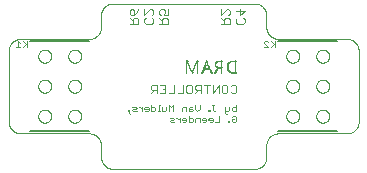
<source format=gbo>
G75*
%MOIN*%
%OFA0B0*%
%FSLAX25Y25*%
%IPPOS*%
%LPD*%
%AMOC8*
5,1,8,0,0,1.08239X$1,22.5*
%
%ADD10C,0.00200*%
%ADD11R,0.00300X0.00050*%
%ADD12R,0.00200X0.00050*%
%ADD13R,0.00250X0.00050*%
%ADD14R,0.00350X0.00050*%
%ADD15R,0.01400X0.00050*%
%ADD16R,0.01700X0.00050*%
%ADD17R,0.01900X0.00050*%
%ADD18R,0.02050X0.00050*%
%ADD19R,0.02150X0.00050*%
%ADD20R,0.00400X0.00050*%
%ADD21R,0.00900X0.00050*%
%ADD22R,0.00450X0.00050*%
%ADD23R,0.00700X0.00050*%
%ADD24R,0.00500X0.00050*%
%ADD25R,0.00600X0.00050*%
%ADD26R,0.00550X0.00050*%
%ADD27R,0.02350X0.00050*%
%ADD28R,0.02300X0.00050*%
%ADD29R,0.02250X0.00050*%
%ADD30R,0.02200X0.00050*%
%ADD31R,0.01650X0.00050*%
%ADD32R,0.01800X0.00050*%
%ADD33R,0.00750X0.00050*%
%ADD34R,0.00650X0.00050*%
%ADD35R,0.00850X0.00050*%
%ADD36R,0.02000X0.00050*%
%ADD37R,0.01750X0.00050*%
%ADD38R,0.01500X0.00050*%
%ADD39R,0.00150X0.00050*%
%ADD40C,0.00400*%
%ADD41C,0.00000*%
%ADD42C,0.00500*%
%ADD43C,0.00300*%
D10*
X0058628Y0039349D02*
X0059362Y0038615D01*
X0058995Y0039349D02*
X0058628Y0039349D01*
X0058628Y0039716D01*
X0058995Y0039716D01*
X0058995Y0039349D01*
X0060104Y0039716D02*
X0060471Y0040083D01*
X0061205Y0040083D01*
X0061571Y0040450D01*
X0061205Y0040817D01*
X0060104Y0040817D01*
X0060104Y0039716D02*
X0060471Y0039349D01*
X0061571Y0039349D01*
X0062312Y0040817D02*
X0062679Y0040817D01*
X0063413Y0040083D01*
X0063413Y0039349D02*
X0063413Y0040817D01*
X0064155Y0040450D02*
X0064155Y0040083D01*
X0065623Y0040083D01*
X0065623Y0039716D02*
X0065623Y0040450D01*
X0065256Y0040817D01*
X0064522Y0040817D01*
X0064155Y0040450D01*
X0064522Y0039349D02*
X0065256Y0039349D01*
X0065623Y0039716D01*
X0066365Y0039349D02*
X0067466Y0039349D01*
X0067833Y0039716D01*
X0067833Y0040450D01*
X0067466Y0040817D01*
X0066365Y0040817D01*
X0066365Y0041551D02*
X0066365Y0039349D01*
X0068572Y0039349D02*
X0069306Y0039349D01*
X0068939Y0039349D02*
X0068939Y0041551D01*
X0069306Y0041551D01*
X0070048Y0040817D02*
X0070048Y0039349D01*
X0071149Y0039349D01*
X0071516Y0039716D01*
X0071516Y0040817D01*
X0072258Y0041551D02*
X0072992Y0040817D01*
X0073726Y0041551D01*
X0073726Y0039349D01*
X0072258Y0039349D02*
X0072258Y0041551D01*
X0076678Y0040450D02*
X0076678Y0039349D01*
X0076678Y0040450D02*
X0077045Y0040817D01*
X0078146Y0040817D01*
X0078146Y0039349D01*
X0078888Y0039349D02*
X0079988Y0039349D01*
X0080355Y0039716D01*
X0079988Y0040083D01*
X0078888Y0040083D01*
X0078888Y0040450D02*
X0078888Y0039349D01*
X0078888Y0040450D02*
X0079255Y0040817D01*
X0079988Y0040817D01*
X0081097Y0040083D02*
X0081097Y0041551D01*
X0082565Y0041551D02*
X0082565Y0040083D01*
X0081831Y0039349D01*
X0081097Y0040083D01*
X0078888Y0037951D02*
X0078888Y0035749D01*
X0079988Y0035749D01*
X0080355Y0036116D01*
X0080355Y0036850D01*
X0079988Y0037217D01*
X0078888Y0037217D01*
X0078146Y0036850D02*
X0077779Y0037217D01*
X0077045Y0037217D01*
X0076678Y0036850D01*
X0076678Y0036483D01*
X0078146Y0036483D01*
X0078146Y0036116D02*
X0078146Y0036850D01*
X0078146Y0036116D02*
X0077779Y0035749D01*
X0077045Y0035749D01*
X0075936Y0035749D02*
X0075936Y0037217D01*
X0075936Y0036483D02*
X0075202Y0037217D01*
X0074835Y0037217D01*
X0074094Y0036850D02*
X0073727Y0037217D01*
X0072626Y0037217D01*
X0072993Y0036483D02*
X0073727Y0036483D01*
X0074094Y0036850D01*
X0074094Y0035749D02*
X0072993Y0035749D01*
X0072626Y0036116D01*
X0072993Y0036483D01*
X0081097Y0036850D02*
X0081097Y0035749D01*
X0081097Y0036850D02*
X0081464Y0037217D01*
X0082565Y0037217D01*
X0082565Y0035749D01*
X0083307Y0036483D02*
X0084775Y0036483D01*
X0084775Y0036850D02*
X0084408Y0037217D01*
X0083674Y0037217D01*
X0083307Y0036850D01*
X0083307Y0036483D01*
X0083674Y0035749D02*
X0084408Y0035749D01*
X0084775Y0036116D01*
X0084775Y0036850D01*
X0085517Y0036850D02*
X0085517Y0036483D01*
X0086985Y0036483D01*
X0086985Y0036850D02*
X0086618Y0037217D01*
X0085884Y0037217D01*
X0085517Y0036850D01*
X0085884Y0035749D02*
X0086618Y0035749D01*
X0086985Y0036116D01*
X0086985Y0036850D01*
X0087727Y0035749D02*
X0089195Y0035749D01*
X0089195Y0037951D01*
X0087723Y0039349D02*
X0087356Y0039349D01*
X0086989Y0039716D01*
X0086989Y0041551D01*
X0087356Y0041551D02*
X0086622Y0041551D01*
X0085880Y0039716D02*
X0085513Y0039716D01*
X0085513Y0039349D01*
X0085880Y0039349D01*
X0085880Y0039716D01*
X0087723Y0039349D02*
X0088090Y0039716D01*
X0091042Y0039349D02*
X0092143Y0039349D01*
X0092510Y0039716D01*
X0092510Y0040817D01*
X0093252Y0040450D02*
X0093252Y0039716D01*
X0093619Y0039349D01*
X0094720Y0039349D01*
X0094720Y0041551D01*
X0094720Y0040817D02*
X0093619Y0040817D01*
X0093252Y0040450D01*
X0091042Y0040817D02*
X0091042Y0038982D01*
X0091409Y0038615D01*
X0091776Y0038615D01*
X0093252Y0037584D02*
X0093619Y0037951D01*
X0094353Y0037951D01*
X0094720Y0037584D01*
X0094720Y0036116D01*
X0094353Y0035749D01*
X0093619Y0035749D01*
X0093252Y0036116D01*
X0093252Y0036850D01*
X0093986Y0036850D01*
X0092510Y0036116D02*
X0092143Y0036116D01*
X0092143Y0035749D01*
X0092510Y0035749D01*
X0092510Y0036116D01*
X0104021Y0060655D02*
X0105489Y0060655D01*
X0104021Y0062123D01*
X0104021Y0062490D01*
X0104388Y0062857D01*
X0105122Y0062857D01*
X0105489Y0062490D01*
X0106231Y0062857D02*
X0107699Y0061389D01*
X0107332Y0061756D02*
X0106231Y0060655D01*
X0107699Y0060655D02*
X0107699Y0062857D01*
X0025022Y0062857D02*
X0025022Y0060655D01*
X0025022Y0061389D02*
X0023554Y0062857D01*
X0022812Y0062123D02*
X0022078Y0062857D01*
X0022078Y0060655D01*
X0022812Y0060655D02*
X0021344Y0060655D01*
X0023554Y0060655D02*
X0024655Y0061756D01*
D11*
X0078441Y0055452D03*
X0078441Y0055402D03*
X0078441Y0055352D03*
X0078441Y0055302D03*
X0078441Y0055252D03*
X0078441Y0055202D03*
X0078441Y0055152D03*
X0078441Y0055102D03*
X0078441Y0055052D03*
X0078441Y0055002D03*
X0078441Y0054952D03*
X0078441Y0054902D03*
X0078441Y0054852D03*
X0078441Y0054802D03*
X0078441Y0054752D03*
X0078441Y0054702D03*
X0078441Y0054652D03*
X0078441Y0054602D03*
X0078441Y0054552D03*
X0078441Y0054502D03*
X0078441Y0054452D03*
X0078441Y0054402D03*
X0078441Y0054352D03*
X0078441Y0054302D03*
X0078441Y0054252D03*
X0078441Y0054202D03*
X0078441Y0054152D03*
X0078441Y0054102D03*
X0078441Y0054052D03*
X0078441Y0054002D03*
X0078441Y0053952D03*
X0078441Y0053902D03*
X0078441Y0053852D03*
X0078441Y0053802D03*
X0078441Y0053752D03*
X0078441Y0053702D03*
X0078441Y0053652D03*
X0078441Y0053602D03*
X0078441Y0053552D03*
X0078441Y0053502D03*
X0078441Y0053452D03*
X0078441Y0053402D03*
X0078441Y0053352D03*
X0078441Y0053302D03*
X0078441Y0053252D03*
X0078441Y0053202D03*
X0078441Y0053152D03*
X0078441Y0053102D03*
X0078441Y0053052D03*
X0078441Y0053002D03*
X0078441Y0052952D03*
X0078441Y0052902D03*
X0078441Y0052852D03*
X0078441Y0052802D03*
X0078441Y0052752D03*
X0078441Y0052702D03*
X0078441Y0052652D03*
X0078441Y0052602D03*
X0078441Y0052552D03*
X0078441Y0052502D03*
X0078441Y0052452D03*
X0078441Y0052402D03*
X0078441Y0052352D03*
X0078441Y0052302D03*
X0078441Y0052252D03*
X0078441Y0052202D03*
X0078441Y0052152D03*
X0078441Y0052102D03*
X0078441Y0052052D03*
X0078441Y0052002D03*
X0078441Y0051952D03*
X0078441Y0051902D03*
X0078441Y0051852D03*
X0080041Y0052402D03*
X0079991Y0052552D03*
X0079941Y0052652D03*
X0079891Y0052752D03*
X0079891Y0052802D03*
X0079841Y0052902D03*
X0079791Y0053002D03*
X0079791Y0053052D03*
X0079741Y0053152D03*
X0079691Y0053252D03*
X0079691Y0053302D03*
X0079641Y0053402D03*
X0079591Y0053502D03*
X0079591Y0053552D03*
X0079541Y0053652D03*
X0079491Y0053752D03*
X0079491Y0053802D03*
X0079441Y0053902D03*
X0079391Y0054002D03*
X0079391Y0054052D03*
X0079341Y0054152D03*
X0079291Y0054252D03*
X0079291Y0054302D03*
X0079241Y0054402D03*
X0079191Y0054502D03*
X0079141Y0054602D03*
X0079141Y0054652D03*
X0079091Y0054752D03*
X0079041Y0054852D03*
X0079041Y0054902D03*
X0078991Y0055002D03*
X0078941Y0055102D03*
X0078941Y0055152D03*
X0078891Y0055252D03*
X0078841Y0055352D03*
X0078841Y0055402D03*
X0078791Y0055502D03*
X0078741Y0055602D03*
X0078741Y0055652D03*
X0081341Y0054752D03*
X0081341Y0054702D03*
X0081391Y0054802D03*
X0081391Y0054852D03*
X0081441Y0054902D03*
X0081441Y0054952D03*
X0081441Y0055002D03*
X0081491Y0055052D03*
X0081491Y0055102D03*
X0081541Y0055152D03*
X0081541Y0055202D03*
X0081541Y0055252D03*
X0081591Y0055302D03*
X0081591Y0055352D03*
X0081641Y0055402D03*
X0081641Y0055452D03*
X0081641Y0055502D03*
X0081691Y0055552D03*
X0081691Y0055602D03*
X0081291Y0054602D03*
X0081291Y0054552D03*
X0081241Y0054502D03*
X0081241Y0054452D03*
X0081191Y0054352D03*
X0081191Y0054302D03*
X0081141Y0054252D03*
X0081141Y0054202D03*
X0081091Y0054102D03*
X0081091Y0054052D03*
X0081041Y0054002D03*
X0081041Y0053952D03*
X0080991Y0053902D03*
X0080991Y0053852D03*
X0080991Y0053802D03*
X0080941Y0053752D03*
X0080941Y0053702D03*
X0080891Y0053652D03*
X0080891Y0053602D03*
X0080891Y0053552D03*
X0080841Y0053502D03*
X0080841Y0053452D03*
X0080791Y0053402D03*
X0080791Y0053352D03*
X0080791Y0053302D03*
X0080741Y0053252D03*
X0080741Y0053202D03*
X0080691Y0053152D03*
X0080691Y0053102D03*
X0080691Y0053052D03*
X0080641Y0053002D03*
X0080641Y0052952D03*
X0080591Y0052902D03*
X0080591Y0052852D03*
X0080591Y0052802D03*
X0080541Y0052752D03*
X0080541Y0052702D03*
X0080491Y0052652D03*
X0080491Y0052602D03*
X0080441Y0052502D03*
X0080441Y0052452D03*
X0080391Y0052402D03*
X0080391Y0052352D03*
X0080241Y0052002D03*
X0080241Y0051952D03*
X0083491Y0051902D03*
X0083541Y0052002D03*
X0083591Y0052152D03*
X0083641Y0052252D03*
X0083691Y0052402D03*
X0083741Y0052502D03*
X0083791Y0052652D03*
X0083841Y0052752D03*
X0083841Y0052802D03*
X0083891Y0052902D03*
X0083941Y0053052D03*
X0083991Y0053152D03*
X0084191Y0053652D03*
X0084191Y0053702D03*
X0084241Y0053802D03*
X0084291Y0053902D03*
X0084291Y0053952D03*
X0084341Y0054052D03*
X0084341Y0054102D03*
X0084391Y0054152D03*
X0084391Y0054202D03*
X0084441Y0054302D03*
X0084441Y0054352D03*
X0084491Y0054452D03*
X0084491Y0054502D03*
X0084541Y0054552D03*
X0084541Y0054602D03*
X0084591Y0054702D03*
X0084591Y0054752D03*
X0084641Y0054802D03*
X0084641Y0054852D03*
X0084641Y0054902D03*
X0084691Y0054952D03*
X0084691Y0055002D03*
X0084741Y0055052D03*
X0084741Y0055102D03*
X0084741Y0055152D03*
X0084791Y0055202D03*
X0084791Y0055252D03*
X0084841Y0055352D03*
X0084841Y0055402D03*
X0084891Y0055452D03*
X0084891Y0055502D03*
X0085241Y0055402D03*
X0085291Y0055302D03*
X0085291Y0055252D03*
X0085341Y0055152D03*
X0085341Y0055102D03*
X0085391Y0055052D03*
X0085391Y0055002D03*
X0085391Y0054952D03*
X0085441Y0054902D03*
X0085441Y0054852D03*
X0085491Y0054802D03*
X0085491Y0054752D03*
X0085491Y0054702D03*
X0085541Y0054652D03*
X0085541Y0054602D03*
X0085591Y0054552D03*
X0085591Y0054502D03*
X0085591Y0054452D03*
X0085641Y0054402D03*
X0085641Y0054352D03*
X0085691Y0054302D03*
X0085691Y0054252D03*
X0085691Y0054202D03*
X0085741Y0054152D03*
X0085741Y0054102D03*
X0085791Y0054002D03*
X0085791Y0053952D03*
X0085841Y0053902D03*
X0085841Y0053852D03*
X0085891Y0053752D03*
X0085891Y0053702D03*
X0085941Y0053652D03*
X0085941Y0053602D03*
X0086091Y0053252D03*
X0086091Y0053202D03*
X0086141Y0053152D03*
X0086141Y0053102D03*
X0086191Y0053002D03*
X0086241Y0052902D03*
X0086241Y0052852D03*
X0086291Y0052752D03*
X0086341Y0052652D03*
X0086341Y0052602D03*
X0086391Y0052502D03*
X0086441Y0052402D03*
X0086441Y0052352D03*
X0086491Y0052252D03*
X0086541Y0052152D03*
X0086541Y0052102D03*
X0086591Y0052002D03*
X0086641Y0051902D03*
X0086641Y0051852D03*
X0088241Y0052802D03*
X0088391Y0053052D03*
X0088541Y0053302D03*
X0088691Y0053552D03*
X0088091Y0054202D03*
X0088041Y0054252D03*
X0087991Y0054352D03*
X0087991Y0054402D03*
X0087941Y0054452D03*
X0087941Y0054502D03*
X0087941Y0054552D03*
X0087891Y0054602D03*
X0087891Y0054652D03*
X0087891Y0054702D03*
X0087891Y0054752D03*
X0087891Y0054802D03*
X0087891Y0054852D03*
X0087891Y0054902D03*
X0087891Y0054952D03*
X0087891Y0055002D03*
X0087941Y0055202D03*
X0087941Y0055252D03*
X0090091Y0055252D03*
X0090091Y0055302D03*
X0090091Y0055352D03*
X0090091Y0055402D03*
X0090091Y0055452D03*
X0090091Y0055502D03*
X0090091Y0055552D03*
X0090091Y0055602D03*
X0090091Y0055652D03*
X0090091Y0055702D03*
X0090091Y0055202D03*
X0090091Y0055152D03*
X0090091Y0055102D03*
X0090091Y0055052D03*
X0090091Y0055002D03*
X0090091Y0054952D03*
X0090091Y0054902D03*
X0090091Y0054852D03*
X0090091Y0054802D03*
X0090091Y0054752D03*
X0090091Y0054702D03*
X0090091Y0054652D03*
X0090091Y0054602D03*
X0090091Y0054552D03*
X0090091Y0054502D03*
X0090091Y0054452D03*
X0090091Y0054402D03*
X0090091Y0054352D03*
X0090091Y0054302D03*
X0090091Y0054252D03*
X0090091Y0054202D03*
X0090091Y0054152D03*
X0090091Y0054102D03*
X0090091Y0054052D03*
X0090091Y0054002D03*
X0090091Y0053952D03*
X0090091Y0053902D03*
X0090091Y0053602D03*
X0090091Y0053552D03*
X0090091Y0053502D03*
X0090091Y0053452D03*
X0090091Y0053402D03*
X0090091Y0053352D03*
X0090091Y0053302D03*
X0090091Y0053252D03*
X0090091Y0053202D03*
X0090091Y0053152D03*
X0090091Y0053102D03*
X0090091Y0053052D03*
X0090091Y0053002D03*
X0090091Y0052952D03*
X0090091Y0052902D03*
X0090091Y0052852D03*
X0090091Y0052802D03*
X0090091Y0052752D03*
X0090091Y0052702D03*
X0090091Y0052652D03*
X0090091Y0052602D03*
X0090091Y0052552D03*
X0090091Y0052502D03*
X0090091Y0052452D03*
X0090091Y0052402D03*
X0090091Y0052352D03*
X0090091Y0052302D03*
X0090091Y0052252D03*
X0090091Y0052202D03*
X0090091Y0052152D03*
X0090091Y0052102D03*
X0090091Y0052052D03*
X0090091Y0052002D03*
X0090091Y0051952D03*
X0090091Y0051902D03*
X0090091Y0051852D03*
X0092141Y0052852D03*
X0092091Y0052952D03*
X0092041Y0053102D03*
X0091991Y0053252D03*
X0091991Y0053302D03*
X0091941Y0053452D03*
X0091941Y0053502D03*
X0091941Y0053552D03*
X0091941Y0053602D03*
X0091941Y0053652D03*
X0091941Y0054252D03*
X0091941Y0054302D03*
X0091941Y0054352D03*
X0091941Y0054402D03*
X0091941Y0054452D03*
X0091991Y0054602D03*
X0091991Y0054652D03*
X0092041Y0054802D03*
X0094791Y0054802D03*
X0094791Y0054852D03*
X0094791Y0054902D03*
X0094791Y0054952D03*
X0094791Y0055002D03*
X0094791Y0055052D03*
X0094791Y0055102D03*
X0094791Y0055152D03*
X0094791Y0055202D03*
X0094791Y0055252D03*
X0094791Y0055302D03*
X0094791Y0055352D03*
X0094791Y0055402D03*
X0094791Y0055452D03*
X0094791Y0055502D03*
X0094791Y0055552D03*
X0094791Y0055602D03*
X0094791Y0055652D03*
X0094791Y0055702D03*
X0094791Y0054752D03*
X0094791Y0054702D03*
X0094791Y0054652D03*
X0094791Y0054602D03*
X0094791Y0054552D03*
X0094791Y0054502D03*
X0094791Y0054452D03*
X0094791Y0054402D03*
X0094791Y0054352D03*
X0094791Y0054302D03*
X0094791Y0054252D03*
X0094791Y0054202D03*
X0094791Y0054152D03*
X0094791Y0054102D03*
X0094791Y0054052D03*
X0094791Y0054002D03*
X0094791Y0053952D03*
X0094791Y0053902D03*
X0094791Y0053852D03*
X0094791Y0053802D03*
X0094791Y0053752D03*
X0094791Y0053702D03*
X0094791Y0053652D03*
X0094791Y0053602D03*
X0094791Y0053552D03*
X0094791Y0053502D03*
X0094791Y0053452D03*
X0094791Y0053402D03*
X0094791Y0053352D03*
X0094791Y0053302D03*
X0094791Y0053252D03*
X0094791Y0053202D03*
X0094791Y0053152D03*
X0094791Y0053102D03*
X0094791Y0053052D03*
X0094791Y0053002D03*
X0094791Y0052952D03*
X0094791Y0052902D03*
X0094791Y0052852D03*
X0094791Y0052802D03*
X0094791Y0052752D03*
X0094791Y0052702D03*
X0094791Y0052652D03*
X0094791Y0052602D03*
X0094791Y0052552D03*
X0094791Y0052502D03*
X0094791Y0052452D03*
X0094791Y0052402D03*
X0094791Y0052352D03*
X0094791Y0052302D03*
X0094791Y0052252D03*
X0094791Y0052202D03*
X0094791Y0052152D03*
X0094791Y0052102D03*
X0085041Y0055852D03*
X0085041Y0055902D03*
D12*
X0085041Y0055952D03*
X0085041Y0056002D03*
X0080241Y0051852D03*
D13*
X0080216Y0051902D03*
X0080066Y0052352D03*
X0080016Y0052452D03*
X0080016Y0052502D03*
X0079966Y0052602D03*
X0079916Y0052702D03*
X0079866Y0052852D03*
X0079816Y0052952D03*
X0079766Y0053102D03*
X0079716Y0053202D03*
X0079666Y0053352D03*
X0079616Y0053452D03*
X0079566Y0053602D03*
X0079516Y0053702D03*
X0079466Y0053852D03*
X0079416Y0053952D03*
X0079366Y0054102D03*
X0079316Y0054202D03*
X0079266Y0054352D03*
X0079216Y0054452D03*
X0079166Y0054552D03*
X0079116Y0054702D03*
X0079066Y0054802D03*
X0079016Y0054952D03*
X0078966Y0055052D03*
X0078916Y0055202D03*
X0078866Y0055302D03*
X0078816Y0055452D03*
X0078766Y0055552D03*
X0078416Y0055552D03*
X0078416Y0055602D03*
X0078416Y0055652D03*
X0078416Y0055502D03*
X0081216Y0054402D03*
X0081316Y0054652D03*
X0081116Y0054152D03*
X0082016Y0054152D03*
X0082016Y0054202D03*
X0082016Y0054252D03*
X0082016Y0054302D03*
X0082016Y0054352D03*
X0082016Y0054402D03*
X0082016Y0054452D03*
X0082016Y0054502D03*
X0082016Y0054552D03*
X0082016Y0054602D03*
X0082016Y0054652D03*
X0082016Y0054702D03*
X0082016Y0054752D03*
X0082016Y0054802D03*
X0082016Y0054852D03*
X0082016Y0054902D03*
X0082016Y0054952D03*
X0082016Y0055002D03*
X0082016Y0055052D03*
X0082016Y0055102D03*
X0082016Y0055152D03*
X0082016Y0055202D03*
X0082016Y0055252D03*
X0082016Y0055302D03*
X0082016Y0055352D03*
X0082016Y0055402D03*
X0082016Y0055452D03*
X0082016Y0055502D03*
X0082016Y0055552D03*
X0082016Y0055602D03*
X0082016Y0054102D03*
X0082016Y0054052D03*
X0082016Y0054002D03*
X0082016Y0053952D03*
X0082016Y0053902D03*
X0082016Y0053852D03*
X0082016Y0053802D03*
X0082016Y0053752D03*
X0082016Y0053702D03*
X0082016Y0053652D03*
X0082016Y0053602D03*
X0082016Y0053552D03*
X0082016Y0053502D03*
X0082016Y0053452D03*
X0082016Y0053402D03*
X0082016Y0053352D03*
X0082016Y0053302D03*
X0082016Y0053252D03*
X0082016Y0053202D03*
X0082016Y0053152D03*
X0082016Y0053102D03*
X0082016Y0053052D03*
X0082016Y0053002D03*
X0082016Y0052952D03*
X0082016Y0052902D03*
X0082016Y0052852D03*
X0082016Y0052802D03*
X0082016Y0052752D03*
X0082016Y0052702D03*
X0082016Y0052652D03*
X0082016Y0052602D03*
X0082016Y0052552D03*
X0082016Y0052502D03*
X0082016Y0052452D03*
X0082016Y0052402D03*
X0082016Y0052352D03*
X0082016Y0052302D03*
X0082016Y0052252D03*
X0082016Y0052202D03*
X0082016Y0052152D03*
X0082016Y0052102D03*
X0082016Y0052052D03*
X0082016Y0052002D03*
X0082016Y0051952D03*
X0082016Y0051902D03*
X0082016Y0051852D03*
X0080466Y0052552D03*
X0084816Y0055302D03*
X0085216Y0055452D03*
X0085216Y0055502D03*
X0085266Y0055352D03*
X0085316Y0055202D03*
D14*
X0084566Y0054652D03*
X0084466Y0054402D03*
X0084416Y0054252D03*
X0084316Y0054002D03*
X0084266Y0053852D03*
X0084216Y0053752D03*
X0084166Y0053602D03*
X0084016Y0053252D03*
X0084016Y0053202D03*
X0083966Y0053102D03*
X0083916Y0053002D03*
X0083916Y0052952D03*
X0083866Y0052852D03*
X0083816Y0052702D03*
X0083766Y0052602D03*
X0083766Y0052552D03*
X0083716Y0052452D03*
X0083666Y0052352D03*
X0083666Y0052302D03*
X0083616Y0052202D03*
X0083566Y0052102D03*
X0083566Y0052052D03*
X0083516Y0051952D03*
X0083466Y0051852D03*
X0086166Y0053052D03*
X0086216Y0052952D03*
X0086266Y0052802D03*
X0086316Y0052702D03*
X0086366Y0052552D03*
X0086416Y0052452D03*
X0086466Y0052302D03*
X0086516Y0052202D03*
X0086566Y0052052D03*
X0086616Y0051952D03*
X0087666Y0051852D03*
X0087716Y0051902D03*
X0087716Y0051952D03*
X0087766Y0052002D03*
X0087816Y0052052D03*
X0087816Y0052102D03*
X0087866Y0052152D03*
X0087866Y0052202D03*
X0087916Y0052252D03*
X0087966Y0052302D03*
X0087966Y0052352D03*
X0088016Y0052402D03*
X0088016Y0052452D03*
X0088066Y0052502D03*
X0088116Y0052552D03*
X0088116Y0052602D03*
X0088166Y0052652D03*
X0088166Y0052702D03*
X0088216Y0052752D03*
X0088266Y0052852D03*
X0088316Y0052902D03*
X0088316Y0052952D03*
X0088366Y0053002D03*
X0088416Y0053102D03*
X0088466Y0053152D03*
X0088466Y0053202D03*
X0088516Y0053252D03*
X0088566Y0053352D03*
X0088616Y0053402D03*
X0088616Y0053452D03*
X0088666Y0053502D03*
X0088716Y0053602D03*
X0088116Y0054152D03*
X0088016Y0054302D03*
X0087916Y0055052D03*
X0087916Y0055102D03*
X0087916Y0055152D03*
X0087966Y0055302D03*
X0088016Y0055352D03*
X0088016Y0055402D03*
X0088066Y0055452D03*
X0085766Y0054052D03*
X0085866Y0053802D03*
X0080216Y0052052D03*
X0078466Y0056002D03*
X0091916Y0054202D03*
X0091916Y0054152D03*
X0091916Y0054102D03*
X0091916Y0054052D03*
X0091916Y0054002D03*
X0091916Y0053952D03*
X0091916Y0053902D03*
X0091916Y0053852D03*
X0091916Y0053802D03*
X0091916Y0053752D03*
X0091916Y0053702D03*
X0091966Y0053402D03*
X0091966Y0053352D03*
X0092016Y0053202D03*
X0092016Y0053152D03*
X0092066Y0053052D03*
X0092066Y0053002D03*
X0092116Y0052902D03*
X0092166Y0052802D03*
X0092216Y0052752D03*
X0092216Y0052702D03*
X0092266Y0052652D03*
X0091966Y0054502D03*
X0091966Y0054552D03*
X0092016Y0054702D03*
X0092016Y0054752D03*
X0092066Y0054852D03*
X0092066Y0054902D03*
X0092116Y0054952D03*
X0092116Y0055002D03*
X0092166Y0055052D03*
X0092216Y0055152D03*
D15*
X0094241Y0051852D03*
D16*
X0094091Y0051902D03*
X0089391Y0053752D03*
X0094091Y0055952D03*
D17*
X0093991Y0055902D03*
X0089291Y0055852D03*
X0089291Y0053852D03*
X0093991Y0051952D03*
D18*
X0093916Y0052002D03*
X0093916Y0055852D03*
X0089216Y0055752D03*
D19*
X0085066Y0053552D03*
X0093866Y0052052D03*
D20*
X0092441Y0052452D03*
X0092391Y0052502D03*
X0092341Y0052552D03*
X0092291Y0052602D03*
X0092191Y0055102D03*
X0092241Y0055202D03*
X0092291Y0055252D03*
X0092341Y0055302D03*
X0092391Y0055352D03*
X0088091Y0055502D03*
X0088191Y0054102D03*
X0088241Y0054052D03*
X0085041Y0055702D03*
X0085041Y0055752D03*
X0085041Y0055802D03*
X0080241Y0052102D03*
D21*
X0093141Y0052102D03*
D22*
X0092566Y0052352D03*
X0092516Y0052402D03*
X0088316Y0054002D03*
X0088166Y0055552D03*
X0088216Y0055602D03*
X0092416Y0055402D03*
X0081916Y0055902D03*
X0081916Y0055952D03*
X0078516Y0055952D03*
X0080216Y0052152D03*
D23*
X0088441Y0055702D03*
X0092941Y0052152D03*
D24*
X0092641Y0052302D03*
X0092491Y0055452D03*
X0092541Y0055502D03*
X0085041Y0055602D03*
X0085041Y0055652D03*
X0081891Y0055802D03*
X0081891Y0055852D03*
X0078541Y0055852D03*
X0078541Y0055902D03*
X0078541Y0055802D03*
X0080241Y0052252D03*
X0080241Y0052202D03*
D25*
X0092791Y0052202D03*
D26*
X0092716Y0052252D03*
X0088416Y0053952D03*
X0088316Y0055652D03*
X0085066Y0055552D03*
X0081866Y0055652D03*
X0081866Y0055702D03*
X0081866Y0055752D03*
X0078566Y0055752D03*
X0078566Y0055702D03*
X0080216Y0052302D03*
X0092616Y0055552D03*
X0092716Y0055602D03*
D27*
X0085066Y0053302D03*
D28*
X0085041Y0053352D03*
X0093791Y0055752D03*
D29*
X0085066Y0053402D03*
D30*
X0085041Y0053452D03*
X0085041Y0053502D03*
X0093841Y0055802D03*
D31*
X0089416Y0053702D03*
X0089416Y0053652D03*
D32*
X0089341Y0053802D03*
D33*
X0088616Y0053902D03*
D34*
X0092816Y0055652D03*
D35*
X0092966Y0055702D03*
D36*
X0089241Y0055802D03*
D37*
X0089366Y0055902D03*
D38*
X0089491Y0055952D03*
D39*
X0090166Y0056002D03*
X0094816Y0056002D03*
X0082066Y0056002D03*
D40*
X0081587Y0048222D02*
X0081120Y0047755D01*
X0081120Y0046821D01*
X0081587Y0046354D01*
X0082988Y0046354D01*
X0082054Y0046354D02*
X0081120Y0045420D01*
X0080041Y0045887D02*
X0079574Y0045420D01*
X0078640Y0045420D01*
X0078173Y0045887D01*
X0078173Y0047755D01*
X0078640Y0048222D01*
X0079574Y0048222D01*
X0080041Y0047755D01*
X0080041Y0045887D01*
X0081587Y0048222D02*
X0082988Y0048222D01*
X0082988Y0045420D01*
X0085000Y0045420D02*
X0085000Y0048222D01*
X0085934Y0048222D02*
X0084066Y0048222D01*
X0087013Y0048222D02*
X0087013Y0045420D01*
X0088881Y0048222D01*
X0088881Y0045420D01*
X0089959Y0045887D02*
X0089959Y0047755D01*
X0090426Y0048222D01*
X0091360Y0048222D01*
X0091827Y0047755D01*
X0091827Y0045887D01*
X0091360Y0045420D01*
X0090426Y0045420D01*
X0089959Y0045887D01*
X0092906Y0045887D02*
X0093373Y0045420D01*
X0094307Y0045420D01*
X0094774Y0045887D01*
X0094774Y0047755D01*
X0094307Y0048222D01*
X0093373Y0048222D01*
X0092906Y0047755D01*
X0077095Y0048222D02*
X0077095Y0045420D01*
X0075227Y0045420D01*
X0074148Y0045420D02*
X0072280Y0045420D01*
X0071202Y0045420D02*
X0069334Y0045420D01*
X0068255Y0045420D02*
X0068255Y0048222D01*
X0066854Y0048222D01*
X0066387Y0047755D01*
X0066387Y0046821D01*
X0066854Y0046354D01*
X0068255Y0046354D01*
X0067321Y0046354D02*
X0066387Y0045420D01*
X0069334Y0048222D02*
X0071202Y0048222D01*
X0071202Y0045420D01*
X0071202Y0046821D02*
X0070268Y0046821D01*
X0074148Y0048222D02*
X0074148Y0045420D01*
D41*
X0049728Y0028075D02*
X0049726Y0028199D01*
X0049720Y0028322D01*
X0049711Y0028446D01*
X0049697Y0028568D01*
X0049680Y0028691D01*
X0049658Y0028813D01*
X0049633Y0028934D01*
X0049604Y0029054D01*
X0049572Y0029173D01*
X0049535Y0029292D01*
X0049495Y0029409D01*
X0049452Y0029524D01*
X0049404Y0029639D01*
X0049353Y0029751D01*
X0049299Y0029862D01*
X0049241Y0029972D01*
X0049180Y0030079D01*
X0049115Y0030185D01*
X0049047Y0030288D01*
X0048976Y0030389D01*
X0048902Y0030488D01*
X0048825Y0030585D01*
X0048744Y0030679D01*
X0048661Y0030770D01*
X0048575Y0030859D01*
X0048486Y0030945D01*
X0048395Y0031028D01*
X0048301Y0031109D01*
X0048204Y0031186D01*
X0048105Y0031260D01*
X0048004Y0031331D01*
X0047901Y0031399D01*
X0047795Y0031464D01*
X0047688Y0031525D01*
X0047578Y0031583D01*
X0047467Y0031637D01*
X0047355Y0031688D01*
X0047240Y0031736D01*
X0047125Y0031779D01*
X0047008Y0031819D01*
X0046889Y0031856D01*
X0046770Y0031888D01*
X0046650Y0031917D01*
X0046529Y0031942D01*
X0046407Y0031964D01*
X0046284Y0031981D01*
X0046162Y0031995D01*
X0046038Y0032004D01*
X0045915Y0032010D01*
X0045791Y0032012D01*
X0022901Y0032012D01*
X0022777Y0032014D01*
X0022654Y0032020D01*
X0022530Y0032029D01*
X0022408Y0032043D01*
X0022285Y0032060D01*
X0022163Y0032082D01*
X0022042Y0032107D01*
X0021922Y0032136D01*
X0021803Y0032168D01*
X0021684Y0032205D01*
X0021567Y0032245D01*
X0021452Y0032288D01*
X0021337Y0032336D01*
X0021225Y0032387D01*
X0021114Y0032441D01*
X0021004Y0032499D01*
X0020897Y0032560D01*
X0020791Y0032625D01*
X0020688Y0032693D01*
X0020587Y0032764D01*
X0020488Y0032838D01*
X0020391Y0032915D01*
X0020297Y0032996D01*
X0020206Y0033079D01*
X0020117Y0033165D01*
X0020031Y0033254D01*
X0019948Y0033345D01*
X0019867Y0033439D01*
X0019790Y0033536D01*
X0019716Y0033635D01*
X0019645Y0033736D01*
X0019577Y0033839D01*
X0019512Y0033945D01*
X0019451Y0034052D01*
X0019393Y0034162D01*
X0019339Y0034273D01*
X0019288Y0034385D01*
X0019240Y0034500D01*
X0019197Y0034615D01*
X0019157Y0034732D01*
X0019120Y0034851D01*
X0019088Y0034970D01*
X0019059Y0035090D01*
X0019034Y0035211D01*
X0019012Y0035333D01*
X0018995Y0035456D01*
X0018981Y0035578D01*
X0018972Y0035702D01*
X0018966Y0035825D01*
X0018964Y0035949D01*
X0018964Y0059571D01*
X0018966Y0059695D01*
X0018972Y0059818D01*
X0018981Y0059942D01*
X0018995Y0060064D01*
X0019012Y0060187D01*
X0019034Y0060309D01*
X0019059Y0060430D01*
X0019088Y0060550D01*
X0019120Y0060669D01*
X0019157Y0060788D01*
X0019197Y0060905D01*
X0019240Y0061020D01*
X0019288Y0061135D01*
X0019339Y0061247D01*
X0019393Y0061358D01*
X0019451Y0061468D01*
X0019512Y0061575D01*
X0019577Y0061681D01*
X0019645Y0061784D01*
X0019716Y0061885D01*
X0019790Y0061984D01*
X0019867Y0062081D01*
X0019948Y0062175D01*
X0020031Y0062266D01*
X0020117Y0062355D01*
X0020206Y0062441D01*
X0020297Y0062524D01*
X0020391Y0062605D01*
X0020488Y0062682D01*
X0020587Y0062756D01*
X0020688Y0062827D01*
X0020791Y0062895D01*
X0020897Y0062960D01*
X0021004Y0063021D01*
X0021114Y0063079D01*
X0021225Y0063133D01*
X0021337Y0063184D01*
X0021452Y0063232D01*
X0021567Y0063275D01*
X0021684Y0063315D01*
X0021803Y0063352D01*
X0021922Y0063384D01*
X0022042Y0063413D01*
X0022163Y0063438D01*
X0022285Y0063460D01*
X0022408Y0063477D01*
X0022530Y0063491D01*
X0022654Y0063500D01*
X0022777Y0063506D01*
X0022901Y0063508D01*
X0045791Y0063508D01*
X0045915Y0063510D01*
X0046038Y0063516D01*
X0046162Y0063525D01*
X0046284Y0063539D01*
X0046407Y0063556D01*
X0046529Y0063578D01*
X0046650Y0063603D01*
X0046770Y0063632D01*
X0046889Y0063664D01*
X0047008Y0063701D01*
X0047125Y0063741D01*
X0047240Y0063784D01*
X0047355Y0063832D01*
X0047467Y0063883D01*
X0047578Y0063937D01*
X0047688Y0063995D01*
X0047795Y0064056D01*
X0047901Y0064121D01*
X0048004Y0064189D01*
X0048105Y0064260D01*
X0048204Y0064334D01*
X0048301Y0064411D01*
X0048395Y0064492D01*
X0048486Y0064575D01*
X0048575Y0064661D01*
X0048661Y0064750D01*
X0048744Y0064841D01*
X0048825Y0064935D01*
X0048902Y0065032D01*
X0048976Y0065131D01*
X0049047Y0065232D01*
X0049115Y0065335D01*
X0049180Y0065441D01*
X0049241Y0065548D01*
X0049299Y0065658D01*
X0049353Y0065769D01*
X0049404Y0065881D01*
X0049452Y0065996D01*
X0049495Y0066111D01*
X0049535Y0066228D01*
X0049572Y0066347D01*
X0049604Y0066466D01*
X0049633Y0066586D01*
X0049658Y0066707D01*
X0049680Y0066829D01*
X0049697Y0066952D01*
X0049711Y0067074D01*
X0049720Y0067198D01*
X0049726Y0067321D01*
X0049728Y0067445D01*
X0049728Y0071382D01*
X0049730Y0071506D01*
X0049736Y0071629D01*
X0049745Y0071753D01*
X0049759Y0071875D01*
X0049776Y0071998D01*
X0049798Y0072120D01*
X0049823Y0072241D01*
X0049852Y0072361D01*
X0049884Y0072480D01*
X0049921Y0072599D01*
X0049961Y0072716D01*
X0050004Y0072831D01*
X0050052Y0072946D01*
X0050103Y0073058D01*
X0050157Y0073169D01*
X0050215Y0073279D01*
X0050276Y0073386D01*
X0050341Y0073492D01*
X0050409Y0073595D01*
X0050480Y0073696D01*
X0050554Y0073795D01*
X0050631Y0073892D01*
X0050712Y0073986D01*
X0050795Y0074077D01*
X0050881Y0074166D01*
X0050970Y0074252D01*
X0051061Y0074335D01*
X0051155Y0074416D01*
X0051252Y0074493D01*
X0051351Y0074567D01*
X0051452Y0074638D01*
X0051555Y0074706D01*
X0051661Y0074771D01*
X0051768Y0074832D01*
X0051878Y0074890D01*
X0051989Y0074944D01*
X0052101Y0074995D01*
X0052216Y0075043D01*
X0052331Y0075086D01*
X0052448Y0075126D01*
X0052567Y0075163D01*
X0052686Y0075195D01*
X0052806Y0075224D01*
X0052927Y0075249D01*
X0053049Y0075271D01*
X0053172Y0075288D01*
X0053294Y0075302D01*
X0053418Y0075311D01*
X0053541Y0075317D01*
X0053665Y0075319D01*
X0100909Y0075319D01*
X0101033Y0075317D01*
X0101156Y0075311D01*
X0101280Y0075302D01*
X0101402Y0075288D01*
X0101525Y0075271D01*
X0101647Y0075249D01*
X0101768Y0075224D01*
X0101888Y0075195D01*
X0102007Y0075163D01*
X0102126Y0075126D01*
X0102243Y0075086D01*
X0102358Y0075043D01*
X0102473Y0074995D01*
X0102585Y0074944D01*
X0102696Y0074890D01*
X0102806Y0074832D01*
X0102913Y0074771D01*
X0103019Y0074706D01*
X0103122Y0074638D01*
X0103223Y0074567D01*
X0103322Y0074493D01*
X0103419Y0074416D01*
X0103513Y0074335D01*
X0103604Y0074252D01*
X0103693Y0074166D01*
X0103779Y0074077D01*
X0103862Y0073986D01*
X0103943Y0073892D01*
X0104020Y0073795D01*
X0104094Y0073696D01*
X0104165Y0073595D01*
X0104233Y0073492D01*
X0104298Y0073386D01*
X0104359Y0073279D01*
X0104417Y0073169D01*
X0104471Y0073058D01*
X0104522Y0072946D01*
X0104570Y0072831D01*
X0104613Y0072716D01*
X0104653Y0072599D01*
X0104690Y0072480D01*
X0104722Y0072361D01*
X0104751Y0072241D01*
X0104776Y0072120D01*
X0104798Y0071998D01*
X0104815Y0071875D01*
X0104829Y0071753D01*
X0104838Y0071629D01*
X0104844Y0071506D01*
X0104846Y0071382D01*
X0104846Y0067445D01*
X0104848Y0067321D01*
X0104854Y0067198D01*
X0104863Y0067074D01*
X0104877Y0066952D01*
X0104894Y0066829D01*
X0104916Y0066707D01*
X0104941Y0066586D01*
X0104970Y0066466D01*
X0105002Y0066347D01*
X0105039Y0066228D01*
X0105079Y0066111D01*
X0105122Y0065996D01*
X0105170Y0065881D01*
X0105221Y0065769D01*
X0105275Y0065658D01*
X0105333Y0065548D01*
X0105394Y0065441D01*
X0105459Y0065335D01*
X0105527Y0065232D01*
X0105598Y0065131D01*
X0105672Y0065032D01*
X0105749Y0064935D01*
X0105830Y0064841D01*
X0105913Y0064750D01*
X0105999Y0064661D01*
X0106088Y0064575D01*
X0106179Y0064492D01*
X0106273Y0064411D01*
X0106370Y0064334D01*
X0106469Y0064260D01*
X0106570Y0064189D01*
X0106673Y0064121D01*
X0106779Y0064056D01*
X0106886Y0063995D01*
X0106996Y0063937D01*
X0107107Y0063883D01*
X0107219Y0063832D01*
X0107334Y0063784D01*
X0107449Y0063741D01*
X0107566Y0063701D01*
X0107685Y0063664D01*
X0107804Y0063632D01*
X0107924Y0063603D01*
X0108045Y0063578D01*
X0108167Y0063556D01*
X0108290Y0063539D01*
X0108412Y0063525D01*
X0108536Y0063516D01*
X0108659Y0063510D01*
X0108783Y0063508D01*
X0131674Y0063508D01*
X0131798Y0063506D01*
X0131921Y0063500D01*
X0132045Y0063491D01*
X0132167Y0063477D01*
X0132290Y0063460D01*
X0132412Y0063438D01*
X0132533Y0063413D01*
X0132653Y0063384D01*
X0132772Y0063352D01*
X0132891Y0063315D01*
X0133008Y0063275D01*
X0133123Y0063232D01*
X0133238Y0063184D01*
X0133350Y0063133D01*
X0133461Y0063079D01*
X0133571Y0063021D01*
X0133678Y0062960D01*
X0133784Y0062895D01*
X0133887Y0062827D01*
X0133988Y0062756D01*
X0134087Y0062682D01*
X0134184Y0062605D01*
X0134278Y0062524D01*
X0134369Y0062441D01*
X0134458Y0062355D01*
X0134544Y0062266D01*
X0134627Y0062175D01*
X0134708Y0062081D01*
X0134785Y0061984D01*
X0134859Y0061885D01*
X0134930Y0061784D01*
X0134998Y0061681D01*
X0135063Y0061575D01*
X0135124Y0061468D01*
X0135182Y0061358D01*
X0135236Y0061247D01*
X0135287Y0061135D01*
X0135335Y0061020D01*
X0135378Y0060905D01*
X0135418Y0060788D01*
X0135455Y0060669D01*
X0135487Y0060550D01*
X0135516Y0060430D01*
X0135541Y0060309D01*
X0135563Y0060187D01*
X0135580Y0060064D01*
X0135594Y0059942D01*
X0135603Y0059818D01*
X0135609Y0059695D01*
X0135611Y0059571D01*
X0135611Y0035949D01*
X0135609Y0035825D01*
X0135603Y0035702D01*
X0135594Y0035578D01*
X0135580Y0035456D01*
X0135563Y0035333D01*
X0135541Y0035211D01*
X0135516Y0035090D01*
X0135487Y0034970D01*
X0135455Y0034851D01*
X0135418Y0034732D01*
X0135378Y0034615D01*
X0135335Y0034500D01*
X0135287Y0034385D01*
X0135236Y0034273D01*
X0135182Y0034162D01*
X0135124Y0034052D01*
X0135063Y0033945D01*
X0134998Y0033839D01*
X0134930Y0033736D01*
X0134859Y0033635D01*
X0134785Y0033536D01*
X0134708Y0033439D01*
X0134627Y0033345D01*
X0134544Y0033254D01*
X0134458Y0033165D01*
X0134369Y0033079D01*
X0134278Y0032996D01*
X0134184Y0032915D01*
X0134087Y0032838D01*
X0133988Y0032764D01*
X0133887Y0032693D01*
X0133784Y0032625D01*
X0133678Y0032560D01*
X0133571Y0032499D01*
X0133461Y0032441D01*
X0133350Y0032387D01*
X0133238Y0032336D01*
X0133123Y0032288D01*
X0133008Y0032245D01*
X0132891Y0032205D01*
X0132772Y0032168D01*
X0132653Y0032136D01*
X0132533Y0032107D01*
X0132412Y0032082D01*
X0132290Y0032060D01*
X0132167Y0032043D01*
X0132045Y0032029D01*
X0131921Y0032020D01*
X0131798Y0032014D01*
X0131674Y0032012D01*
X0108783Y0032012D01*
X0108659Y0032010D01*
X0108536Y0032004D01*
X0108412Y0031995D01*
X0108290Y0031981D01*
X0108167Y0031964D01*
X0108045Y0031942D01*
X0107924Y0031917D01*
X0107804Y0031888D01*
X0107685Y0031856D01*
X0107566Y0031819D01*
X0107449Y0031779D01*
X0107334Y0031736D01*
X0107219Y0031688D01*
X0107107Y0031637D01*
X0106996Y0031583D01*
X0106886Y0031525D01*
X0106779Y0031464D01*
X0106673Y0031399D01*
X0106570Y0031331D01*
X0106469Y0031260D01*
X0106370Y0031186D01*
X0106273Y0031109D01*
X0106179Y0031028D01*
X0106088Y0030945D01*
X0105999Y0030859D01*
X0105913Y0030770D01*
X0105830Y0030679D01*
X0105749Y0030585D01*
X0105672Y0030488D01*
X0105598Y0030389D01*
X0105527Y0030288D01*
X0105459Y0030185D01*
X0105394Y0030079D01*
X0105333Y0029972D01*
X0105275Y0029862D01*
X0105221Y0029751D01*
X0105170Y0029639D01*
X0105122Y0029524D01*
X0105079Y0029409D01*
X0105039Y0029292D01*
X0105002Y0029173D01*
X0104970Y0029054D01*
X0104941Y0028934D01*
X0104916Y0028813D01*
X0104894Y0028691D01*
X0104877Y0028568D01*
X0104863Y0028446D01*
X0104854Y0028322D01*
X0104848Y0028199D01*
X0104846Y0028075D01*
X0104846Y0024138D01*
X0104844Y0024014D01*
X0104838Y0023891D01*
X0104829Y0023767D01*
X0104815Y0023645D01*
X0104798Y0023522D01*
X0104776Y0023400D01*
X0104751Y0023279D01*
X0104722Y0023159D01*
X0104690Y0023040D01*
X0104653Y0022921D01*
X0104613Y0022804D01*
X0104570Y0022689D01*
X0104522Y0022574D01*
X0104471Y0022462D01*
X0104417Y0022351D01*
X0104359Y0022241D01*
X0104298Y0022134D01*
X0104233Y0022028D01*
X0104165Y0021925D01*
X0104094Y0021824D01*
X0104020Y0021725D01*
X0103943Y0021628D01*
X0103862Y0021534D01*
X0103779Y0021443D01*
X0103693Y0021354D01*
X0103604Y0021268D01*
X0103513Y0021185D01*
X0103419Y0021104D01*
X0103322Y0021027D01*
X0103223Y0020953D01*
X0103122Y0020882D01*
X0103019Y0020814D01*
X0102913Y0020749D01*
X0102806Y0020688D01*
X0102696Y0020630D01*
X0102585Y0020576D01*
X0102473Y0020525D01*
X0102358Y0020477D01*
X0102243Y0020434D01*
X0102126Y0020394D01*
X0102007Y0020357D01*
X0101888Y0020325D01*
X0101768Y0020296D01*
X0101647Y0020271D01*
X0101525Y0020249D01*
X0101402Y0020232D01*
X0101280Y0020218D01*
X0101156Y0020209D01*
X0101033Y0020203D01*
X0100909Y0020201D01*
X0053665Y0020201D01*
X0053541Y0020203D01*
X0053418Y0020209D01*
X0053294Y0020218D01*
X0053172Y0020232D01*
X0053049Y0020249D01*
X0052927Y0020271D01*
X0052806Y0020296D01*
X0052686Y0020325D01*
X0052567Y0020357D01*
X0052448Y0020394D01*
X0052331Y0020434D01*
X0052216Y0020477D01*
X0052101Y0020525D01*
X0051989Y0020576D01*
X0051878Y0020630D01*
X0051768Y0020688D01*
X0051661Y0020749D01*
X0051555Y0020814D01*
X0051452Y0020882D01*
X0051351Y0020953D01*
X0051252Y0021027D01*
X0051155Y0021104D01*
X0051061Y0021185D01*
X0050970Y0021268D01*
X0050881Y0021354D01*
X0050795Y0021443D01*
X0050712Y0021534D01*
X0050631Y0021628D01*
X0050554Y0021725D01*
X0050480Y0021824D01*
X0050409Y0021925D01*
X0050341Y0022028D01*
X0050276Y0022134D01*
X0050215Y0022241D01*
X0050157Y0022351D01*
X0050103Y0022462D01*
X0050052Y0022574D01*
X0050004Y0022689D01*
X0049961Y0022804D01*
X0049921Y0022921D01*
X0049884Y0023040D01*
X0049852Y0023159D01*
X0049823Y0023279D01*
X0049798Y0023400D01*
X0049776Y0023522D01*
X0049759Y0023645D01*
X0049745Y0023767D01*
X0049736Y0023891D01*
X0049730Y0024014D01*
X0049728Y0024138D01*
X0049728Y0028075D01*
X0038784Y0037760D02*
X0038786Y0037853D01*
X0038792Y0037945D01*
X0038802Y0038037D01*
X0038816Y0038128D01*
X0038833Y0038219D01*
X0038855Y0038309D01*
X0038880Y0038398D01*
X0038909Y0038486D01*
X0038942Y0038572D01*
X0038979Y0038657D01*
X0039019Y0038741D01*
X0039063Y0038822D01*
X0039110Y0038902D01*
X0039160Y0038980D01*
X0039214Y0039055D01*
X0039271Y0039128D01*
X0039331Y0039198D01*
X0039394Y0039266D01*
X0039460Y0039331D01*
X0039528Y0039393D01*
X0039599Y0039453D01*
X0039673Y0039509D01*
X0039749Y0039562D01*
X0039827Y0039611D01*
X0039907Y0039658D01*
X0039989Y0039700D01*
X0040073Y0039740D01*
X0040158Y0039775D01*
X0040245Y0039807D01*
X0040333Y0039836D01*
X0040422Y0039860D01*
X0040512Y0039881D01*
X0040603Y0039897D01*
X0040695Y0039910D01*
X0040787Y0039919D01*
X0040880Y0039924D01*
X0040972Y0039925D01*
X0041065Y0039922D01*
X0041157Y0039915D01*
X0041249Y0039904D01*
X0041340Y0039889D01*
X0041431Y0039871D01*
X0041521Y0039848D01*
X0041609Y0039822D01*
X0041697Y0039792D01*
X0041783Y0039758D01*
X0041867Y0039721D01*
X0041950Y0039679D01*
X0042031Y0039635D01*
X0042111Y0039587D01*
X0042188Y0039536D01*
X0042262Y0039481D01*
X0042335Y0039423D01*
X0042405Y0039363D01*
X0042472Y0039299D01*
X0042536Y0039233D01*
X0042598Y0039163D01*
X0042656Y0039092D01*
X0042711Y0039018D01*
X0042763Y0038941D01*
X0042812Y0038862D01*
X0042858Y0038782D01*
X0042900Y0038699D01*
X0042938Y0038615D01*
X0042973Y0038529D01*
X0043004Y0038442D01*
X0043031Y0038354D01*
X0043054Y0038264D01*
X0043074Y0038174D01*
X0043090Y0038083D01*
X0043102Y0037991D01*
X0043110Y0037899D01*
X0043114Y0037806D01*
X0043114Y0037714D01*
X0043110Y0037621D01*
X0043102Y0037529D01*
X0043090Y0037437D01*
X0043074Y0037346D01*
X0043054Y0037256D01*
X0043031Y0037166D01*
X0043004Y0037078D01*
X0042973Y0036991D01*
X0042938Y0036905D01*
X0042900Y0036821D01*
X0042858Y0036738D01*
X0042812Y0036658D01*
X0042763Y0036579D01*
X0042711Y0036502D01*
X0042656Y0036428D01*
X0042598Y0036357D01*
X0042536Y0036287D01*
X0042472Y0036221D01*
X0042405Y0036157D01*
X0042335Y0036097D01*
X0042262Y0036039D01*
X0042188Y0035984D01*
X0042111Y0035933D01*
X0042032Y0035885D01*
X0041950Y0035841D01*
X0041867Y0035799D01*
X0041783Y0035762D01*
X0041697Y0035728D01*
X0041609Y0035698D01*
X0041521Y0035672D01*
X0041431Y0035649D01*
X0041340Y0035631D01*
X0041249Y0035616D01*
X0041157Y0035605D01*
X0041065Y0035598D01*
X0040972Y0035595D01*
X0040880Y0035596D01*
X0040787Y0035601D01*
X0040695Y0035610D01*
X0040603Y0035623D01*
X0040512Y0035639D01*
X0040422Y0035660D01*
X0040333Y0035684D01*
X0040245Y0035713D01*
X0040158Y0035745D01*
X0040073Y0035780D01*
X0039989Y0035820D01*
X0039907Y0035862D01*
X0039827Y0035909D01*
X0039749Y0035958D01*
X0039673Y0036011D01*
X0039599Y0036067D01*
X0039528Y0036127D01*
X0039460Y0036189D01*
X0039394Y0036254D01*
X0039331Y0036322D01*
X0039271Y0036392D01*
X0039214Y0036465D01*
X0039160Y0036540D01*
X0039110Y0036618D01*
X0039063Y0036698D01*
X0039019Y0036779D01*
X0038979Y0036863D01*
X0038942Y0036948D01*
X0038909Y0037034D01*
X0038880Y0037122D01*
X0038855Y0037211D01*
X0038833Y0037301D01*
X0038816Y0037392D01*
X0038802Y0037483D01*
X0038792Y0037575D01*
X0038786Y0037667D01*
X0038784Y0037760D01*
X0028784Y0037760D02*
X0028786Y0037853D01*
X0028792Y0037945D01*
X0028802Y0038037D01*
X0028816Y0038128D01*
X0028833Y0038219D01*
X0028855Y0038309D01*
X0028880Y0038398D01*
X0028909Y0038486D01*
X0028942Y0038572D01*
X0028979Y0038657D01*
X0029019Y0038741D01*
X0029063Y0038822D01*
X0029110Y0038902D01*
X0029160Y0038980D01*
X0029214Y0039055D01*
X0029271Y0039128D01*
X0029331Y0039198D01*
X0029394Y0039266D01*
X0029460Y0039331D01*
X0029528Y0039393D01*
X0029599Y0039453D01*
X0029673Y0039509D01*
X0029749Y0039562D01*
X0029827Y0039611D01*
X0029907Y0039658D01*
X0029989Y0039700D01*
X0030073Y0039740D01*
X0030158Y0039775D01*
X0030245Y0039807D01*
X0030333Y0039836D01*
X0030422Y0039860D01*
X0030512Y0039881D01*
X0030603Y0039897D01*
X0030695Y0039910D01*
X0030787Y0039919D01*
X0030880Y0039924D01*
X0030972Y0039925D01*
X0031065Y0039922D01*
X0031157Y0039915D01*
X0031249Y0039904D01*
X0031340Y0039889D01*
X0031431Y0039871D01*
X0031521Y0039848D01*
X0031609Y0039822D01*
X0031697Y0039792D01*
X0031783Y0039758D01*
X0031867Y0039721D01*
X0031950Y0039679D01*
X0032031Y0039635D01*
X0032111Y0039587D01*
X0032188Y0039536D01*
X0032262Y0039481D01*
X0032335Y0039423D01*
X0032405Y0039363D01*
X0032472Y0039299D01*
X0032536Y0039233D01*
X0032598Y0039163D01*
X0032656Y0039092D01*
X0032711Y0039018D01*
X0032763Y0038941D01*
X0032812Y0038862D01*
X0032858Y0038782D01*
X0032900Y0038699D01*
X0032938Y0038615D01*
X0032973Y0038529D01*
X0033004Y0038442D01*
X0033031Y0038354D01*
X0033054Y0038264D01*
X0033074Y0038174D01*
X0033090Y0038083D01*
X0033102Y0037991D01*
X0033110Y0037899D01*
X0033114Y0037806D01*
X0033114Y0037714D01*
X0033110Y0037621D01*
X0033102Y0037529D01*
X0033090Y0037437D01*
X0033074Y0037346D01*
X0033054Y0037256D01*
X0033031Y0037166D01*
X0033004Y0037078D01*
X0032973Y0036991D01*
X0032938Y0036905D01*
X0032900Y0036821D01*
X0032858Y0036738D01*
X0032812Y0036658D01*
X0032763Y0036579D01*
X0032711Y0036502D01*
X0032656Y0036428D01*
X0032598Y0036357D01*
X0032536Y0036287D01*
X0032472Y0036221D01*
X0032405Y0036157D01*
X0032335Y0036097D01*
X0032262Y0036039D01*
X0032188Y0035984D01*
X0032111Y0035933D01*
X0032032Y0035885D01*
X0031950Y0035841D01*
X0031867Y0035799D01*
X0031783Y0035762D01*
X0031697Y0035728D01*
X0031609Y0035698D01*
X0031521Y0035672D01*
X0031431Y0035649D01*
X0031340Y0035631D01*
X0031249Y0035616D01*
X0031157Y0035605D01*
X0031065Y0035598D01*
X0030972Y0035595D01*
X0030880Y0035596D01*
X0030787Y0035601D01*
X0030695Y0035610D01*
X0030603Y0035623D01*
X0030512Y0035639D01*
X0030422Y0035660D01*
X0030333Y0035684D01*
X0030245Y0035713D01*
X0030158Y0035745D01*
X0030073Y0035780D01*
X0029989Y0035820D01*
X0029907Y0035862D01*
X0029827Y0035909D01*
X0029749Y0035958D01*
X0029673Y0036011D01*
X0029599Y0036067D01*
X0029528Y0036127D01*
X0029460Y0036189D01*
X0029394Y0036254D01*
X0029331Y0036322D01*
X0029271Y0036392D01*
X0029214Y0036465D01*
X0029160Y0036540D01*
X0029110Y0036618D01*
X0029063Y0036698D01*
X0029019Y0036779D01*
X0028979Y0036863D01*
X0028942Y0036948D01*
X0028909Y0037034D01*
X0028880Y0037122D01*
X0028855Y0037211D01*
X0028833Y0037301D01*
X0028816Y0037392D01*
X0028802Y0037483D01*
X0028792Y0037575D01*
X0028786Y0037667D01*
X0028784Y0037760D01*
X0028784Y0047760D02*
X0028786Y0047853D01*
X0028792Y0047945D01*
X0028802Y0048037D01*
X0028816Y0048128D01*
X0028833Y0048219D01*
X0028855Y0048309D01*
X0028880Y0048398D01*
X0028909Y0048486D01*
X0028942Y0048572D01*
X0028979Y0048657D01*
X0029019Y0048741D01*
X0029063Y0048822D01*
X0029110Y0048902D01*
X0029160Y0048980D01*
X0029214Y0049055D01*
X0029271Y0049128D01*
X0029331Y0049198D01*
X0029394Y0049266D01*
X0029460Y0049331D01*
X0029528Y0049393D01*
X0029599Y0049453D01*
X0029673Y0049509D01*
X0029749Y0049562D01*
X0029827Y0049611D01*
X0029907Y0049658D01*
X0029989Y0049700D01*
X0030073Y0049740D01*
X0030158Y0049775D01*
X0030245Y0049807D01*
X0030333Y0049836D01*
X0030422Y0049860D01*
X0030512Y0049881D01*
X0030603Y0049897D01*
X0030695Y0049910D01*
X0030787Y0049919D01*
X0030880Y0049924D01*
X0030972Y0049925D01*
X0031065Y0049922D01*
X0031157Y0049915D01*
X0031249Y0049904D01*
X0031340Y0049889D01*
X0031431Y0049871D01*
X0031521Y0049848D01*
X0031609Y0049822D01*
X0031697Y0049792D01*
X0031783Y0049758D01*
X0031867Y0049721D01*
X0031950Y0049679D01*
X0032031Y0049635D01*
X0032111Y0049587D01*
X0032188Y0049536D01*
X0032262Y0049481D01*
X0032335Y0049423D01*
X0032405Y0049363D01*
X0032472Y0049299D01*
X0032536Y0049233D01*
X0032598Y0049163D01*
X0032656Y0049092D01*
X0032711Y0049018D01*
X0032763Y0048941D01*
X0032812Y0048862D01*
X0032858Y0048782D01*
X0032900Y0048699D01*
X0032938Y0048615D01*
X0032973Y0048529D01*
X0033004Y0048442D01*
X0033031Y0048354D01*
X0033054Y0048264D01*
X0033074Y0048174D01*
X0033090Y0048083D01*
X0033102Y0047991D01*
X0033110Y0047899D01*
X0033114Y0047806D01*
X0033114Y0047714D01*
X0033110Y0047621D01*
X0033102Y0047529D01*
X0033090Y0047437D01*
X0033074Y0047346D01*
X0033054Y0047256D01*
X0033031Y0047166D01*
X0033004Y0047078D01*
X0032973Y0046991D01*
X0032938Y0046905D01*
X0032900Y0046821D01*
X0032858Y0046738D01*
X0032812Y0046658D01*
X0032763Y0046579D01*
X0032711Y0046502D01*
X0032656Y0046428D01*
X0032598Y0046357D01*
X0032536Y0046287D01*
X0032472Y0046221D01*
X0032405Y0046157D01*
X0032335Y0046097D01*
X0032262Y0046039D01*
X0032188Y0045984D01*
X0032111Y0045933D01*
X0032032Y0045885D01*
X0031950Y0045841D01*
X0031867Y0045799D01*
X0031783Y0045762D01*
X0031697Y0045728D01*
X0031609Y0045698D01*
X0031521Y0045672D01*
X0031431Y0045649D01*
X0031340Y0045631D01*
X0031249Y0045616D01*
X0031157Y0045605D01*
X0031065Y0045598D01*
X0030972Y0045595D01*
X0030880Y0045596D01*
X0030787Y0045601D01*
X0030695Y0045610D01*
X0030603Y0045623D01*
X0030512Y0045639D01*
X0030422Y0045660D01*
X0030333Y0045684D01*
X0030245Y0045713D01*
X0030158Y0045745D01*
X0030073Y0045780D01*
X0029989Y0045820D01*
X0029907Y0045862D01*
X0029827Y0045909D01*
X0029749Y0045958D01*
X0029673Y0046011D01*
X0029599Y0046067D01*
X0029528Y0046127D01*
X0029460Y0046189D01*
X0029394Y0046254D01*
X0029331Y0046322D01*
X0029271Y0046392D01*
X0029214Y0046465D01*
X0029160Y0046540D01*
X0029110Y0046618D01*
X0029063Y0046698D01*
X0029019Y0046779D01*
X0028979Y0046863D01*
X0028942Y0046948D01*
X0028909Y0047034D01*
X0028880Y0047122D01*
X0028855Y0047211D01*
X0028833Y0047301D01*
X0028816Y0047392D01*
X0028802Y0047483D01*
X0028792Y0047575D01*
X0028786Y0047667D01*
X0028784Y0047760D01*
X0038784Y0047760D02*
X0038786Y0047853D01*
X0038792Y0047945D01*
X0038802Y0048037D01*
X0038816Y0048128D01*
X0038833Y0048219D01*
X0038855Y0048309D01*
X0038880Y0048398D01*
X0038909Y0048486D01*
X0038942Y0048572D01*
X0038979Y0048657D01*
X0039019Y0048741D01*
X0039063Y0048822D01*
X0039110Y0048902D01*
X0039160Y0048980D01*
X0039214Y0049055D01*
X0039271Y0049128D01*
X0039331Y0049198D01*
X0039394Y0049266D01*
X0039460Y0049331D01*
X0039528Y0049393D01*
X0039599Y0049453D01*
X0039673Y0049509D01*
X0039749Y0049562D01*
X0039827Y0049611D01*
X0039907Y0049658D01*
X0039989Y0049700D01*
X0040073Y0049740D01*
X0040158Y0049775D01*
X0040245Y0049807D01*
X0040333Y0049836D01*
X0040422Y0049860D01*
X0040512Y0049881D01*
X0040603Y0049897D01*
X0040695Y0049910D01*
X0040787Y0049919D01*
X0040880Y0049924D01*
X0040972Y0049925D01*
X0041065Y0049922D01*
X0041157Y0049915D01*
X0041249Y0049904D01*
X0041340Y0049889D01*
X0041431Y0049871D01*
X0041521Y0049848D01*
X0041609Y0049822D01*
X0041697Y0049792D01*
X0041783Y0049758D01*
X0041867Y0049721D01*
X0041950Y0049679D01*
X0042031Y0049635D01*
X0042111Y0049587D01*
X0042188Y0049536D01*
X0042262Y0049481D01*
X0042335Y0049423D01*
X0042405Y0049363D01*
X0042472Y0049299D01*
X0042536Y0049233D01*
X0042598Y0049163D01*
X0042656Y0049092D01*
X0042711Y0049018D01*
X0042763Y0048941D01*
X0042812Y0048862D01*
X0042858Y0048782D01*
X0042900Y0048699D01*
X0042938Y0048615D01*
X0042973Y0048529D01*
X0043004Y0048442D01*
X0043031Y0048354D01*
X0043054Y0048264D01*
X0043074Y0048174D01*
X0043090Y0048083D01*
X0043102Y0047991D01*
X0043110Y0047899D01*
X0043114Y0047806D01*
X0043114Y0047714D01*
X0043110Y0047621D01*
X0043102Y0047529D01*
X0043090Y0047437D01*
X0043074Y0047346D01*
X0043054Y0047256D01*
X0043031Y0047166D01*
X0043004Y0047078D01*
X0042973Y0046991D01*
X0042938Y0046905D01*
X0042900Y0046821D01*
X0042858Y0046738D01*
X0042812Y0046658D01*
X0042763Y0046579D01*
X0042711Y0046502D01*
X0042656Y0046428D01*
X0042598Y0046357D01*
X0042536Y0046287D01*
X0042472Y0046221D01*
X0042405Y0046157D01*
X0042335Y0046097D01*
X0042262Y0046039D01*
X0042188Y0045984D01*
X0042111Y0045933D01*
X0042032Y0045885D01*
X0041950Y0045841D01*
X0041867Y0045799D01*
X0041783Y0045762D01*
X0041697Y0045728D01*
X0041609Y0045698D01*
X0041521Y0045672D01*
X0041431Y0045649D01*
X0041340Y0045631D01*
X0041249Y0045616D01*
X0041157Y0045605D01*
X0041065Y0045598D01*
X0040972Y0045595D01*
X0040880Y0045596D01*
X0040787Y0045601D01*
X0040695Y0045610D01*
X0040603Y0045623D01*
X0040512Y0045639D01*
X0040422Y0045660D01*
X0040333Y0045684D01*
X0040245Y0045713D01*
X0040158Y0045745D01*
X0040073Y0045780D01*
X0039989Y0045820D01*
X0039907Y0045862D01*
X0039827Y0045909D01*
X0039749Y0045958D01*
X0039673Y0046011D01*
X0039599Y0046067D01*
X0039528Y0046127D01*
X0039460Y0046189D01*
X0039394Y0046254D01*
X0039331Y0046322D01*
X0039271Y0046392D01*
X0039214Y0046465D01*
X0039160Y0046540D01*
X0039110Y0046618D01*
X0039063Y0046698D01*
X0039019Y0046779D01*
X0038979Y0046863D01*
X0038942Y0046948D01*
X0038909Y0047034D01*
X0038880Y0047122D01*
X0038855Y0047211D01*
X0038833Y0047301D01*
X0038816Y0047392D01*
X0038802Y0047483D01*
X0038792Y0047575D01*
X0038786Y0047667D01*
X0038784Y0047760D01*
X0038784Y0057760D02*
X0038786Y0057853D01*
X0038792Y0057945D01*
X0038802Y0058037D01*
X0038816Y0058128D01*
X0038833Y0058219D01*
X0038855Y0058309D01*
X0038880Y0058398D01*
X0038909Y0058486D01*
X0038942Y0058572D01*
X0038979Y0058657D01*
X0039019Y0058741D01*
X0039063Y0058822D01*
X0039110Y0058902D01*
X0039160Y0058980D01*
X0039214Y0059055D01*
X0039271Y0059128D01*
X0039331Y0059198D01*
X0039394Y0059266D01*
X0039460Y0059331D01*
X0039528Y0059393D01*
X0039599Y0059453D01*
X0039673Y0059509D01*
X0039749Y0059562D01*
X0039827Y0059611D01*
X0039907Y0059658D01*
X0039989Y0059700D01*
X0040073Y0059740D01*
X0040158Y0059775D01*
X0040245Y0059807D01*
X0040333Y0059836D01*
X0040422Y0059860D01*
X0040512Y0059881D01*
X0040603Y0059897D01*
X0040695Y0059910D01*
X0040787Y0059919D01*
X0040880Y0059924D01*
X0040972Y0059925D01*
X0041065Y0059922D01*
X0041157Y0059915D01*
X0041249Y0059904D01*
X0041340Y0059889D01*
X0041431Y0059871D01*
X0041521Y0059848D01*
X0041609Y0059822D01*
X0041697Y0059792D01*
X0041783Y0059758D01*
X0041867Y0059721D01*
X0041950Y0059679D01*
X0042031Y0059635D01*
X0042111Y0059587D01*
X0042188Y0059536D01*
X0042262Y0059481D01*
X0042335Y0059423D01*
X0042405Y0059363D01*
X0042472Y0059299D01*
X0042536Y0059233D01*
X0042598Y0059163D01*
X0042656Y0059092D01*
X0042711Y0059018D01*
X0042763Y0058941D01*
X0042812Y0058862D01*
X0042858Y0058782D01*
X0042900Y0058699D01*
X0042938Y0058615D01*
X0042973Y0058529D01*
X0043004Y0058442D01*
X0043031Y0058354D01*
X0043054Y0058264D01*
X0043074Y0058174D01*
X0043090Y0058083D01*
X0043102Y0057991D01*
X0043110Y0057899D01*
X0043114Y0057806D01*
X0043114Y0057714D01*
X0043110Y0057621D01*
X0043102Y0057529D01*
X0043090Y0057437D01*
X0043074Y0057346D01*
X0043054Y0057256D01*
X0043031Y0057166D01*
X0043004Y0057078D01*
X0042973Y0056991D01*
X0042938Y0056905D01*
X0042900Y0056821D01*
X0042858Y0056738D01*
X0042812Y0056658D01*
X0042763Y0056579D01*
X0042711Y0056502D01*
X0042656Y0056428D01*
X0042598Y0056357D01*
X0042536Y0056287D01*
X0042472Y0056221D01*
X0042405Y0056157D01*
X0042335Y0056097D01*
X0042262Y0056039D01*
X0042188Y0055984D01*
X0042111Y0055933D01*
X0042032Y0055885D01*
X0041950Y0055841D01*
X0041867Y0055799D01*
X0041783Y0055762D01*
X0041697Y0055728D01*
X0041609Y0055698D01*
X0041521Y0055672D01*
X0041431Y0055649D01*
X0041340Y0055631D01*
X0041249Y0055616D01*
X0041157Y0055605D01*
X0041065Y0055598D01*
X0040972Y0055595D01*
X0040880Y0055596D01*
X0040787Y0055601D01*
X0040695Y0055610D01*
X0040603Y0055623D01*
X0040512Y0055639D01*
X0040422Y0055660D01*
X0040333Y0055684D01*
X0040245Y0055713D01*
X0040158Y0055745D01*
X0040073Y0055780D01*
X0039989Y0055820D01*
X0039907Y0055862D01*
X0039827Y0055909D01*
X0039749Y0055958D01*
X0039673Y0056011D01*
X0039599Y0056067D01*
X0039528Y0056127D01*
X0039460Y0056189D01*
X0039394Y0056254D01*
X0039331Y0056322D01*
X0039271Y0056392D01*
X0039214Y0056465D01*
X0039160Y0056540D01*
X0039110Y0056618D01*
X0039063Y0056698D01*
X0039019Y0056779D01*
X0038979Y0056863D01*
X0038942Y0056948D01*
X0038909Y0057034D01*
X0038880Y0057122D01*
X0038855Y0057211D01*
X0038833Y0057301D01*
X0038816Y0057392D01*
X0038802Y0057483D01*
X0038792Y0057575D01*
X0038786Y0057667D01*
X0038784Y0057760D01*
X0028784Y0057760D02*
X0028786Y0057853D01*
X0028792Y0057945D01*
X0028802Y0058037D01*
X0028816Y0058128D01*
X0028833Y0058219D01*
X0028855Y0058309D01*
X0028880Y0058398D01*
X0028909Y0058486D01*
X0028942Y0058572D01*
X0028979Y0058657D01*
X0029019Y0058741D01*
X0029063Y0058822D01*
X0029110Y0058902D01*
X0029160Y0058980D01*
X0029214Y0059055D01*
X0029271Y0059128D01*
X0029331Y0059198D01*
X0029394Y0059266D01*
X0029460Y0059331D01*
X0029528Y0059393D01*
X0029599Y0059453D01*
X0029673Y0059509D01*
X0029749Y0059562D01*
X0029827Y0059611D01*
X0029907Y0059658D01*
X0029989Y0059700D01*
X0030073Y0059740D01*
X0030158Y0059775D01*
X0030245Y0059807D01*
X0030333Y0059836D01*
X0030422Y0059860D01*
X0030512Y0059881D01*
X0030603Y0059897D01*
X0030695Y0059910D01*
X0030787Y0059919D01*
X0030880Y0059924D01*
X0030972Y0059925D01*
X0031065Y0059922D01*
X0031157Y0059915D01*
X0031249Y0059904D01*
X0031340Y0059889D01*
X0031431Y0059871D01*
X0031521Y0059848D01*
X0031609Y0059822D01*
X0031697Y0059792D01*
X0031783Y0059758D01*
X0031867Y0059721D01*
X0031950Y0059679D01*
X0032031Y0059635D01*
X0032111Y0059587D01*
X0032188Y0059536D01*
X0032262Y0059481D01*
X0032335Y0059423D01*
X0032405Y0059363D01*
X0032472Y0059299D01*
X0032536Y0059233D01*
X0032598Y0059163D01*
X0032656Y0059092D01*
X0032711Y0059018D01*
X0032763Y0058941D01*
X0032812Y0058862D01*
X0032858Y0058782D01*
X0032900Y0058699D01*
X0032938Y0058615D01*
X0032973Y0058529D01*
X0033004Y0058442D01*
X0033031Y0058354D01*
X0033054Y0058264D01*
X0033074Y0058174D01*
X0033090Y0058083D01*
X0033102Y0057991D01*
X0033110Y0057899D01*
X0033114Y0057806D01*
X0033114Y0057714D01*
X0033110Y0057621D01*
X0033102Y0057529D01*
X0033090Y0057437D01*
X0033074Y0057346D01*
X0033054Y0057256D01*
X0033031Y0057166D01*
X0033004Y0057078D01*
X0032973Y0056991D01*
X0032938Y0056905D01*
X0032900Y0056821D01*
X0032858Y0056738D01*
X0032812Y0056658D01*
X0032763Y0056579D01*
X0032711Y0056502D01*
X0032656Y0056428D01*
X0032598Y0056357D01*
X0032536Y0056287D01*
X0032472Y0056221D01*
X0032405Y0056157D01*
X0032335Y0056097D01*
X0032262Y0056039D01*
X0032188Y0055984D01*
X0032111Y0055933D01*
X0032032Y0055885D01*
X0031950Y0055841D01*
X0031867Y0055799D01*
X0031783Y0055762D01*
X0031697Y0055728D01*
X0031609Y0055698D01*
X0031521Y0055672D01*
X0031431Y0055649D01*
X0031340Y0055631D01*
X0031249Y0055616D01*
X0031157Y0055605D01*
X0031065Y0055598D01*
X0030972Y0055595D01*
X0030880Y0055596D01*
X0030787Y0055601D01*
X0030695Y0055610D01*
X0030603Y0055623D01*
X0030512Y0055639D01*
X0030422Y0055660D01*
X0030333Y0055684D01*
X0030245Y0055713D01*
X0030158Y0055745D01*
X0030073Y0055780D01*
X0029989Y0055820D01*
X0029907Y0055862D01*
X0029827Y0055909D01*
X0029749Y0055958D01*
X0029673Y0056011D01*
X0029599Y0056067D01*
X0029528Y0056127D01*
X0029460Y0056189D01*
X0029394Y0056254D01*
X0029331Y0056322D01*
X0029271Y0056392D01*
X0029214Y0056465D01*
X0029160Y0056540D01*
X0029110Y0056618D01*
X0029063Y0056698D01*
X0029019Y0056779D01*
X0028979Y0056863D01*
X0028942Y0056948D01*
X0028909Y0057034D01*
X0028880Y0057122D01*
X0028855Y0057211D01*
X0028833Y0057301D01*
X0028816Y0057392D01*
X0028802Y0057483D01*
X0028792Y0057575D01*
X0028786Y0057667D01*
X0028784Y0057760D01*
X0111461Y0057760D02*
X0111463Y0057853D01*
X0111469Y0057945D01*
X0111479Y0058037D01*
X0111493Y0058128D01*
X0111510Y0058219D01*
X0111532Y0058309D01*
X0111557Y0058398D01*
X0111586Y0058486D01*
X0111619Y0058572D01*
X0111656Y0058657D01*
X0111696Y0058741D01*
X0111740Y0058822D01*
X0111787Y0058902D01*
X0111837Y0058980D01*
X0111891Y0059055D01*
X0111948Y0059128D01*
X0112008Y0059198D01*
X0112071Y0059266D01*
X0112137Y0059331D01*
X0112205Y0059393D01*
X0112276Y0059453D01*
X0112350Y0059509D01*
X0112426Y0059562D01*
X0112504Y0059611D01*
X0112584Y0059658D01*
X0112666Y0059700D01*
X0112750Y0059740D01*
X0112835Y0059775D01*
X0112922Y0059807D01*
X0113010Y0059836D01*
X0113099Y0059860D01*
X0113189Y0059881D01*
X0113280Y0059897D01*
X0113372Y0059910D01*
X0113464Y0059919D01*
X0113557Y0059924D01*
X0113649Y0059925D01*
X0113742Y0059922D01*
X0113834Y0059915D01*
X0113926Y0059904D01*
X0114017Y0059889D01*
X0114108Y0059871D01*
X0114198Y0059848D01*
X0114286Y0059822D01*
X0114374Y0059792D01*
X0114460Y0059758D01*
X0114544Y0059721D01*
X0114627Y0059679D01*
X0114708Y0059635D01*
X0114788Y0059587D01*
X0114865Y0059536D01*
X0114939Y0059481D01*
X0115012Y0059423D01*
X0115082Y0059363D01*
X0115149Y0059299D01*
X0115213Y0059233D01*
X0115275Y0059163D01*
X0115333Y0059092D01*
X0115388Y0059018D01*
X0115440Y0058941D01*
X0115489Y0058862D01*
X0115535Y0058782D01*
X0115577Y0058699D01*
X0115615Y0058615D01*
X0115650Y0058529D01*
X0115681Y0058442D01*
X0115708Y0058354D01*
X0115731Y0058264D01*
X0115751Y0058174D01*
X0115767Y0058083D01*
X0115779Y0057991D01*
X0115787Y0057899D01*
X0115791Y0057806D01*
X0115791Y0057714D01*
X0115787Y0057621D01*
X0115779Y0057529D01*
X0115767Y0057437D01*
X0115751Y0057346D01*
X0115731Y0057256D01*
X0115708Y0057166D01*
X0115681Y0057078D01*
X0115650Y0056991D01*
X0115615Y0056905D01*
X0115577Y0056821D01*
X0115535Y0056738D01*
X0115489Y0056658D01*
X0115440Y0056579D01*
X0115388Y0056502D01*
X0115333Y0056428D01*
X0115275Y0056357D01*
X0115213Y0056287D01*
X0115149Y0056221D01*
X0115082Y0056157D01*
X0115012Y0056097D01*
X0114939Y0056039D01*
X0114865Y0055984D01*
X0114788Y0055933D01*
X0114709Y0055885D01*
X0114627Y0055841D01*
X0114544Y0055799D01*
X0114460Y0055762D01*
X0114374Y0055728D01*
X0114286Y0055698D01*
X0114198Y0055672D01*
X0114108Y0055649D01*
X0114017Y0055631D01*
X0113926Y0055616D01*
X0113834Y0055605D01*
X0113742Y0055598D01*
X0113649Y0055595D01*
X0113557Y0055596D01*
X0113464Y0055601D01*
X0113372Y0055610D01*
X0113280Y0055623D01*
X0113189Y0055639D01*
X0113099Y0055660D01*
X0113010Y0055684D01*
X0112922Y0055713D01*
X0112835Y0055745D01*
X0112750Y0055780D01*
X0112666Y0055820D01*
X0112584Y0055862D01*
X0112504Y0055909D01*
X0112426Y0055958D01*
X0112350Y0056011D01*
X0112276Y0056067D01*
X0112205Y0056127D01*
X0112137Y0056189D01*
X0112071Y0056254D01*
X0112008Y0056322D01*
X0111948Y0056392D01*
X0111891Y0056465D01*
X0111837Y0056540D01*
X0111787Y0056618D01*
X0111740Y0056698D01*
X0111696Y0056779D01*
X0111656Y0056863D01*
X0111619Y0056948D01*
X0111586Y0057034D01*
X0111557Y0057122D01*
X0111532Y0057211D01*
X0111510Y0057301D01*
X0111493Y0057392D01*
X0111479Y0057483D01*
X0111469Y0057575D01*
X0111463Y0057667D01*
X0111461Y0057760D01*
X0121461Y0057760D02*
X0121463Y0057853D01*
X0121469Y0057945D01*
X0121479Y0058037D01*
X0121493Y0058128D01*
X0121510Y0058219D01*
X0121532Y0058309D01*
X0121557Y0058398D01*
X0121586Y0058486D01*
X0121619Y0058572D01*
X0121656Y0058657D01*
X0121696Y0058741D01*
X0121740Y0058822D01*
X0121787Y0058902D01*
X0121837Y0058980D01*
X0121891Y0059055D01*
X0121948Y0059128D01*
X0122008Y0059198D01*
X0122071Y0059266D01*
X0122137Y0059331D01*
X0122205Y0059393D01*
X0122276Y0059453D01*
X0122350Y0059509D01*
X0122426Y0059562D01*
X0122504Y0059611D01*
X0122584Y0059658D01*
X0122666Y0059700D01*
X0122750Y0059740D01*
X0122835Y0059775D01*
X0122922Y0059807D01*
X0123010Y0059836D01*
X0123099Y0059860D01*
X0123189Y0059881D01*
X0123280Y0059897D01*
X0123372Y0059910D01*
X0123464Y0059919D01*
X0123557Y0059924D01*
X0123649Y0059925D01*
X0123742Y0059922D01*
X0123834Y0059915D01*
X0123926Y0059904D01*
X0124017Y0059889D01*
X0124108Y0059871D01*
X0124198Y0059848D01*
X0124286Y0059822D01*
X0124374Y0059792D01*
X0124460Y0059758D01*
X0124544Y0059721D01*
X0124627Y0059679D01*
X0124708Y0059635D01*
X0124788Y0059587D01*
X0124865Y0059536D01*
X0124939Y0059481D01*
X0125012Y0059423D01*
X0125082Y0059363D01*
X0125149Y0059299D01*
X0125213Y0059233D01*
X0125275Y0059163D01*
X0125333Y0059092D01*
X0125388Y0059018D01*
X0125440Y0058941D01*
X0125489Y0058862D01*
X0125535Y0058782D01*
X0125577Y0058699D01*
X0125615Y0058615D01*
X0125650Y0058529D01*
X0125681Y0058442D01*
X0125708Y0058354D01*
X0125731Y0058264D01*
X0125751Y0058174D01*
X0125767Y0058083D01*
X0125779Y0057991D01*
X0125787Y0057899D01*
X0125791Y0057806D01*
X0125791Y0057714D01*
X0125787Y0057621D01*
X0125779Y0057529D01*
X0125767Y0057437D01*
X0125751Y0057346D01*
X0125731Y0057256D01*
X0125708Y0057166D01*
X0125681Y0057078D01*
X0125650Y0056991D01*
X0125615Y0056905D01*
X0125577Y0056821D01*
X0125535Y0056738D01*
X0125489Y0056658D01*
X0125440Y0056579D01*
X0125388Y0056502D01*
X0125333Y0056428D01*
X0125275Y0056357D01*
X0125213Y0056287D01*
X0125149Y0056221D01*
X0125082Y0056157D01*
X0125012Y0056097D01*
X0124939Y0056039D01*
X0124865Y0055984D01*
X0124788Y0055933D01*
X0124709Y0055885D01*
X0124627Y0055841D01*
X0124544Y0055799D01*
X0124460Y0055762D01*
X0124374Y0055728D01*
X0124286Y0055698D01*
X0124198Y0055672D01*
X0124108Y0055649D01*
X0124017Y0055631D01*
X0123926Y0055616D01*
X0123834Y0055605D01*
X0123742Y0055598D01*
X0123649Y0055595D01*
X0123557Y0055596D01*
X0123464Y0055601D01*
X0123372Y0055610D01*
X0123280Y0055623D01*
X0123189Y0055639D01*
X0123099Y0055660D01*
X0123010Y0055684D01*
X0122922Y0055713D01*
X0122835Y0055745D01*
X0122750Y0055780D01*
X0122666Y0055820D01*
X0122584Y0055862D01*
X0122504Y0055909D01*
X0122426Y0055958D01*
X0122350Y0056011D01*
X0122276Y0056067D01*
X0122205Y0056127D01*
X0122137Y0056189D01*
X0122071Y0056254D01*
X0122008Y0056322D01*
X0121948Y0056392D01*
X0121891Y0056465D01*
X0121837Y0056540D01*
X0121787Y0056618D01*
X0121740Y0056698D01*
X0121696Y0056779D01*
X0121656Y0056863D01*
X0121619Y0056948D01*
X0121586Y0057034D01*
X0121557Y0057122D01*
X0121532Y0057211D01*
X0121510Y0057301D01*
X0121493Y0057392D01*
X0121479Y0057483D01*
X0121469Y0057575D01*
X0121463Y0057667D01*
X0121461Y0057760D01*
X0121461Y0047760D02*
X0121463Y0047853D01*
X0121469Y0047945D01*
X0121479Y0048037D01*
X0121493Y0048128D01*
X0121510Y0048219D01*
X0121532Y0048309D01*
X0121557Y0048398D01*
X0121586Y0048486D01*
X0121619Y0048572D01*
X0121656Y0048657D01*
X0121696Y0048741D01*
X0121740Y0048822D01*
X0121787Y0048902D01*
X0121837Y0048980D01*
X0121891Y0049055D01*
X0121948Y0049128D01*
X0122008Y0049198D01*
X0122071Y0049266D01*
X0122137Y0049331D01*
X0122205Y0049393D01*
X0122276Y0049453D01*
X0122350Y0049509D01*
X0122426Y0049562D01*
X0122504Y0049611D01*
X0122584Y0049658D01*
X0122666Y0049700D01*
X0122750Y0049740D01*
X0122835Y0049775D01*
X0122922Y0049807D01*
X0123010Y0049836D01*
X0123099Y0049860D01*
X0123189Y0049881D01*
X0123280Y0049897D01*
X0123372Y0049910D01*
X0123464Y0049919D01*
X0123557Y0049924D01*
X0123649Y0049925D01*
X0123742Y0049922D01*
X0123834Y0049915D01*
X0123926Y0049904D01*
X0124017Y0049889D01*
X0124108Y0049871D01*
X0124198Y0049848D01*
X0124286Y0049822D01*
X0124374Y0049792D01*
X0124460Y0049758D01*
X0124544Y0049721D01*
X0124627Y0049679D01*
X0124708Y0049635D01*
X0124788Y0049587D01*
X0124865Y0049536D01*
X0124939Y0049481D01*
X0125012Y0049423D01*
X0125082Y0049363D01*
X0125149Y0049299D01*
X0125213Y0049233D01*
X0125275Y0049163D01*
X0125333Y0049092D01*
X0125388Y0049018D01*
X0125440Y0048941D01*
X0125489Y0048862D01*
X0125535Y0048782D01*
X0125577Y0048699D01*
X0125615Y0048615D01*
X0125650Y0048529D01*
X0125681Y0048442D01*
X0125708Y0048354D01*
X0125731Y0048264D01*
X0125751Y0048174D01*
X0125767Y0048083D01*
X0125779Y0047991D01*
X0125787Y0047899D01*
X0125791Y0047806D01*
X0125791Y0047714D01*
X0125787Y0047621D01*
X0125779Y0047529D01*
X0125767Y0047437D01*
X0125751Y0047346D01*
X0125731Y0047256D01*
X0125708Y0047166D01*
X0125681Y0047078D01*
X0125650Y0046991D01*
X0125615Y0046905D01*
X0125577Y0046821D01*
X0125535Y0046738D01*
X0125489Y0046658D01*
X0125440Y0046579D01*
X0125388Y0046502D01*
X0125333Y0046428D01*
X0125275Y0046357D01*
X0125213Y0046287D01*
X0125149Y0046221D01*
X0125082Y0046157D01*
X0125012Y0046097D01*
X0124939Y0046039D01*
X0124865Y0045984D01*
X0124788Y0045933D01*
X0124709Y0045885D01*
X0124627Y0045841D01*
X0124544Y0045799D01*
X0124460Y0045762D01*
X0124374Y0045728D01*
X0124286Y0045698D01*
X0124198Y0045672D01*
X0124108Y0045649D01*
X0124017Y0045631D01*
X0123926Y0045616D01*
X0123834Y0045605D01*
X0123742Y0045598D01*
X0123649Y0045595D01*
X0123557Y0045596D01*
X0123464Y0045601D01*
X0123372Y0045610D01*
X0123280Y0045623D01*
X0123189Y0045639D01*
X0123099Y0045660D01*
X0123010Y0045684D01*
X0122922Y0045713D01*
X0122835Y0045745D01*
X0122750Y0045780D01*
X0122666Y0045820D01*
X0122584Y0045862D01*
X0122504Y0045909D01*
X0122426Y0045958D01*
X0122350Y0046011D01*
X0122276Y0046067D01*
X0122205Y0046127D01*
X0122137Y0046189D01*
X0122071Y0046254D01*
X0122008Y0046322D01*
X0121948Y0046392D01*
X0121891Y0046465D01*
X0121837Y0046540D01*
X0121787Y0046618D01*
X0121740Y0046698D01*
X0121696Y0046779D01*
X0121656Y0046863D01*
X0121619Y0046948D01*
X0121586Y0047034D01*
X0121557Y0047122D01*
X0121532Y0047211D01*
X0121510Y0047301D01*
X0121493Y0047392D01*
X0121479Y0047483D01*
X0121469Y0047575D01*
X0121463Y0047667D01*
X0121461Y0047760D01*
X0111461Y0047760D02*
X0111463Y0047853D01*
X0111469Y0047945D01*
X0111479Y0048037D01*
X0111493Y0048128D01*
X0111510Y0048219D01*
X0111532Y0048309D01*
X0111557Y0048398D01*
X0111586Y0048486D01*
X0111619Y0048572D01*
X0111656Y0048657D01*
X0111696Y0048741D01*
X0111740Y0048822D01*
X0111787Y0048902D01*
X0111837Y0048980D01*
X0111891Y0049055D01*
X0111948Y0049128D01*
X0112008Y0049198D01*
X0112071Y0049266D01*
X0112137Y0049331D01*
X0112205Y0049393D01*
X0112276Y0049453D01*
X0112350Y0049509D01*
X0112426Y0049562D01*
X0112504Y0049611D01*
X0112584Y0049658D01*
X0112666Y0049700D01*
X0112750Y0049740D01*
X0112835Y0049775D01*
X0112922Y0049807D01*
X0113010Y0049836D01*
X0113099Y0049860D01*
X0113189Y0049881D01*
X0113280Y0049897D01*
X0113372Y0049910D01*
X0113464Y0049919D01*
X0113557Y0049924D01*
X0113649Y0049925D01*
X0113742Y0049922D01*
X0113834Y0049915D01*
X0113926Y0049904D01*
X0114017Y0049889D01*
X0114108Y0049871D01*
X0114198Y0049848D01*
X0114286Y0049822D01*
X0114374Y0049792D01*
X0114460Y0049758D01*
X0114544Y0049721D01*
X0114627Y0049679D01*
X0114708Y0049635D01*
X0114788Y0049587D01*
X0114865Y0049536D01*
X0114939Y0049481D01*
X0115012Y0049423D01*
X0115082Y0049363D01*
X0115149Y0049299D01*
X0115213Y0049233D01*
X0115275Y0049163D01*
X0115333Y0049092D01*
X0115388Y0049018D01*
X0115440Y0048941D01*
X0115489Y0048862D01*
X0115535Y0048782D01*
X0115577Y0048699D01*
X0115615Y0048615D01*
X0115650Y0048529D01*
X0115681Y0048442D01*
X0115708Y0048354D01*
X0115731Y0048264D01*
X0115751Y0048174D01*
X0115767Y0048083D01*
X0115779Y0047991D01*
X0115787Y0047899D01*
X0115791Y0047806D01*
X0115791Y0047714D01*
X0115787Y0047621D01*
X0115779Y0047529D01*
X0115767Y0047437D01*
X0115751Y0047346D01*
X0115731Y0047256D01*
X0115708Y0047166D01*
X0115681Y0047078D01*
X0115650Y0046991D01*
X0115615Y0046905D01*
X0115577Y0046821D01*
X0115535Y0046738D01*
X0115489Y0046658D01*
X0115440Y0046579D01*
X0115388Y0046502D01*
X0115333Y0046428D01*
X0115275Y0046357D01*
X0115213Y0046287D01*
X0115149Y0046221D01*
X0115082Y0046157D01*
X0115012Y0046097D01*
X0114939Y0046039D01*
X0114865Y0045984D01*
X0114788Y0045933D01*
X0114709Y0045885D01*
X0114627Y0045841D01*
X0114544Y0045799D01*
X0114460Y0045762D01*
X0114374Y0045728D01*
X0114286Y0045698D01*
X0114198Y0045672D01*
X0114108Y0045649D01*
X0114017Y0045631D01*
X0113926Y0045616D01*
X0113834Y0045605D01*
X0113742Y0045598D01*
X0113649Y0045595D01*
X0113557Y0045596D01*
X0113464Y0045601D01*
X0113372Y0045610D01*
X0113280Y0045623D01*
X0113189Y0045639D01*
X0113099Y0045660D01*
X0113010Y0045684D01*
X0112922Y0045713D01*
X0112835Y0045745D01*
X0112750Y0045780D01*
X0112666Y0045820D01*
X0112584Y0045862D01*
X0112504Y0045909D01*
X0112426Y0045958D01*
X0112350Y0046011D01*
X0112276Y0046067D01*
X0112205Y0046127D01*
X0112137Y0046189D01*
X0112071Y0046254D01*
X0112008Y0046322D01*
X0111948Y0046392D01*
X0111891Y0046465D01*
X0111837Y0046540D01*
X0111787Y0046618D01*
X0111740Y0046698D01*
X0111696Y0046779D01*
X0111656Y0046863D01*
X0111619Y0046948D01*
X0111586Y0047034D01*
X0111557Y0047122D01*
X0111532Y0047211D01*
X0111510Y0047301D01*
X0111493Y0047392D01*
X0111479Y0047483D01*
X0111469Y0047575D01*
X0111463Y0047667D01*
X0111461Y0047760D01*
X0111461Y0037760D02*
X0111463Y0037853D01*
X0111469Y0037945D01*
X0111479Y0038037D01*
X0111493Y0038128D01*
X0111510Y0038219D01*
X0111532Y0038309D01*
X0111557Y0038398D01*
X0111586Y0038486D01*
X0111619Y0038572D01*
X0111656Y0038657D01*
X0111696Y0038741D01*
X0111740Y0038822D01*
X0111787Y0038902D01*
X0111837Y0038980D01*
X0111891Y0039055D01*
X0111948Y0039128D01*
X0112008Y0039198D01*
X0112071Y0039266D01*
X0112137Y0039331D01*
X0112205Y0039393D01*
X0112276Y0039453D01*
X0112350Y0039509D01*
X0112426Y0039562D01*
X0112504Y0039611D01*
X0112584Y0039658D01*
X0112666Y0039700D01*
X0112750Y0039740D01*
X0112835Y0039775D01*
X0112922Y0039807D01*
X0113010Y0039836D01*
X0113099Y0039860D01*
X0113189Y0039881D01*
X0113280Y0039897D01*
X0113372Y0039910D01*
X0113464Y0039919D01*
X0113557Y0039924D01*
X0113649Y0039925D01*
X0113742Y0039922D01*
X0113834Y0039915D01*
X0113926Y0039904D01*
X0114017Y0039889D01*
X0114108Y0039871D01*
X0114198Y0039848D01*
X0114286Y0039822D01*
X0114374Y0039792D01*
X0114460Y0039758D01*
X0114544Y0039721D01*
X0114627Y0039679D01*
X0114708Y0039635D01*
X0114788Y0039587D01*
X0114865Y0039536D01*
X0114939Y0039481D01*
X0115012Y0039423D01*
X0115082Y0039363D01*
X0115149Y0039299D01*
X0115213Y0039233D01*
X0115275Y0039163D01*
X0115333Y0039092D01*
X0115388Y0039018D01*
X0115440Y0038941D01*
X0115489Y0038862D01*
X0115535Y0038782D01*
X0115577Y0038699D01*
X0115615Y0038615D01*
X0115650Y0038529D01*
X0115681Y0038442D01*
X0115708Y0038354D01*
X0115731Y0038264D01*
X0115751Y0038174D01*
X0115767Y0038083D01*
X0115779Y0037991D01*
X0115787Y0037899D01*
X0115791Y0037806D01*
X0115791Y0037714D01*
X0115787Y0037621D01*
X0115779Y0037529D01*
X0115767Y0037437D01*
X0115751Y0037346D01*
X0115731Y0037256D01*
X0115708Y0037166D01*
X0115681Y0037078D01*
X0115650Y0036991D01*
X0115615Y0036905D01*
X0115577Y0036821D01*
X0115535Y0036738D01*
X0115489Y0036658D01*
X0115440Y0036579D01*
X0115388Y0036502D01*
X0115333Y0036428D01*
X0115275Y0036357D01*
X0115213Y0036287D01*
X0115149Y0036221D01*
X0115082Y0036157D01*
X0115012Y0036097D01*
X0114939Y0036039D01*
X0114865Y0035984D01*
X0114788Y0035933D01*
X0114709Y0035885D01*
X0114627Y0035841D01*
X0114544Y0035799D01*
X0114460Y0035762D01*
X0114374Y0035728D01*
X0114286Y0035698D01*
X0114198Y0035672D01*
X0114108Y0035649D01*
X0114017Y0035631D01*
X0113926Y0035616D01*
X0113834Y0035605D01*
X0113742Y0035598D01*
X0113649Y0035595D01*
X0113557Y0035596D01*
X0113464Y0035601D01*
X0113372Y0035610D01*
X0113280Y0035623D01*
X0113189Y0035639D01*
X0113099Y0035660D01*
X0113010Y0035684D01*
X0112922Y0035713D01*
X0112835Y0035745D01*
X0112750Y0035780D01*
X0112666Y0035820D01*
X0112584Y0035862D01*
X0112504Y0035909D01*
X0112426Y0035958D01*
X0112350Y0036011D01*
X0112276Y0036067D01*
X0112205Y0036127D01*
X0112137Y0036189D01*
X0112071Y0036254D01*
X0112008Y0036322D01*
X0111948Y0036392D01*
X0111891Y0036465D01*
X0111837Y0036540D01*
X0111787Y0036618D01*
X0111740Y0036698D01*
X0111696Y0036779D01*
X0111656Y0036863D01*
X0111619Y0036948D01*
X0111586Y0037034D01*
X0111557Y0037122D01*
X0111532Y0037211D01*
X0111510Y0037301D01*
X0111493Y0037392D01*
X0111479Y0037483D01*
X0111469Y0037575D01*
X0111463Y0037667D01*
X0111461Y0037760D01*
X0121461Y0037760D02*
X0121463Y0037853D01*
X0121469Y0037945D01*
X0121479Y0038037D01*
X0121493Y0038128D01*
X0121510Y0038219D01*
X0121532Y0038309D01*
X0121557Y0038398D01*
X0121586Y0038486D01*
X0121619Y0038572D01*
X0121656Y0038657D01*
X0121696Y0038741D01*
X0121740Y0038822D01*
X0121787Y0038902D01*
X0121837Y0038980D01*
X0121891Y0039055D01*
X0121948Y0039128D01*
X0122008Y0039198D01*
X0122071Y0039266D01*
X0122137Y0039331D01*
X0122205Y0039393D01*
X0122276Y0039453D01*
X0122350Y0039509D01*
X0122426Y0039562D01*
X0122504Y0039611D01*
X0122584Y0039658D01*
X0122666Y0039700D01*
X0122750Y0039740D01*
X0122835Y0039775D01*
X0122922Y0039807D01*
X0123010Y0039836D01*
X0123099Y0039860D01*
X0123189Y0039881D01*
X0123280Y0039897D01*
X0123372Y0039910D01*
X0123464Y0039919D01*
X0123557Y0039924D01*
X0123649Y0039925D01*
X0123742Y0039922D01*
X0123834Y0039915D01*
X0123926Y0039904D01*
X0124017Y0039889D01*
X0124108Y0039871D01*
X0124198Y0039848D01*
X0124286Y0039822D01*
X0124374Y0039792D01*
X0124460Y0039758D01*
X0124544Y0039721D01*
X0124627Y0039679D01*
X0124708Y0039635D01*
X0124788Y0039587D01*
X0124865Y0039536D01*
X0124939Y0039481D01*
X0125012Y0039423D01*
X0125082Y0039363D01*
X0125149Y0039299D01*
X0125213Y0039233D01*
X0125275Y0039163D01*
X0125333Y0039092D01*
X0125388Y0039018D01*
X0125440Y0038941D01*
X0125489Y0038862D01*
X0125535Y0038782D01*
X0125577Y0038699D01*
X0125615Y0038615D01*
X0125650Y0038529D01*
X0125681Y0038442D01*
X0125708Y0038354D01*
X0125731Y0038264D01*
X0125751Y0038174D01*
X0125767Y0038083D01*
X0125779Y0037991D01*
X0125787Y0037899D01*
X0125791Y0037806D01*
X0125791Y0037714D01*
X0125787Y0037621D01*
X0125779Y0037529D01*
X0125767Y0037437D01*
X0125751Y0037346D01*
X0125731Y0037256D01*
X0125708Y0037166D01*
X0125681Y0037078D01*
X0125650Y0036991D01*
X0125615Y0036905D01*
X0125577Y0036821D01*
X0125535Y0036738D01*
X0125489Y0036658D01*
X0125440Y0036579D01*
X0125388Y0036502D01*
X0125333Y0036428D01*
X0125275Y0036357D01*
X0125213Y0036287D01*
X0125149Y0036221D01*
X0125082Y0036157D01*
X0125012Y0036097D01*
X0124939Y0036039D01*
X0124865Y0035984D01*
X0124788Y0035933D01*
X0124709Y0035885D01*
X0124627Y0035841D01*
X0124544Y0035799D01*
X0124460Y0035762D01*
X0124374Y0035728D01*
X0124286Y0035698D01*
X0124198Y0035672D01*
X0124108Y0035649D01*
X0124017Y0035631D01*
X0123926Y0035616D01*
X0123834Y0035605D01*
X0123742Y0035598D01*
X0123649Y0035595D01*
X0123557Y0035596D01*
X0123464Y0035601D01*
X0123372Y0035610D01*
X0123280Y0035623D01*
X0123189Y0035639D01*
X0123099Y0035660D01*
X0123010Y0035684D01*
X0122922Y0035713D01*
X0122835Y0035745D01*
X0122750Y0035780D01*
X0122666Y0035820D01*
X0122584Y0035862D01*
X0122504Y0035909D01*
X0122426Y0035958D01*
X0122350Y0036011D01*
X0122276Y0036067D01*
X0122205Y0036127D01*
X0122137Y0036189D01*
X0122071Y0036254D01*
X0122008Y0036322D01*
X0121948Y0036392D01*
X0121891Y0036465D01*
X0121837Y0036540D01*
X0121787Y0036618D01*
X0121740Y0036698D01*
X0121696Y0036779D01*
X0121656Y0036863D01*
X0121619Y0036948D01*
X0121586Y0037034D01*
X0121557Y0037122D01*
X0121532Y0037211D01*
X0121510Y0037301D01*
X0121493Y0037392D01*
X0121479Y0037483D01*
X0121469Y0037575D01*
X0121463Y0037667D01*
X0121461Y0037760D01*
D42*
X0128311Y0032780D02*
X0108744Y0032780D01*
X0108744Y0062780D02*
X0128311Y0062780D01*
X0045634Y0062780D02*
X0026067Y0062780D01*
X0026067Y0032780D02*
X0045634Y0032780D01*
D43*
X0059268Y0068540D02*
X0062171Y0068540D01*
X0062171Y0069991D01*
X0061687Y0070475D01*
X0060719Y0070475D01*
X0060236Y0069991D01*
X0060236Y0068540D01*
X0060236Y0069507D02*
X0059268Y0070475D01*
X0059752Y0071486D02*
X0059268Y0071970D01*
X0059268Y0072938D01*
X0059752Y0073421D01*
X0060236Y0073421D01*
X0060719Y0072938D01*
X0060719Y0071486D01*
X0059752Y0071486D01*
X0060719Y0071486D02*
X0061687Y0072454D01*
X0062171Y0073421D01*
X0064189Y0073421D02*
X0064189Y0071486D01*
X0066124Y0073421D01*
X0066608Y0073421D01*
X0067092Y0072938D01*
X0067092Y0071970D01*
X0066608Y0071486D01*
X0066608Y0070475D02*
X0067092Y0069991D01*
X0067092Y0069023D01*
X0066608Y0068540D01*
X0064673Y0068540D01*
X0064189Y0069023D01*
X0064189Y0069991D01*
X0064673Y0070475D01*
X0069111Y0070475D02*
X0070078Y0069507D01*
X0070078Y0069991D02*
X0070078Y0068540D01*
X0069111Y0068540D02*
X0072013Y0068540D01*
X0072013Y0069991D01*
X0071529Y0070475D01*
X0070562Y0070475D01*
X0070078Y0069991D01*
X0069594Y0071486D02*
X0069111Y0071970D01*
X0069111Y0072938D01*
X0069594Y0073421D01*
X0070562Y0073421D01*
X0071046Y0072938D01*
X0071046Y0072454D01*
X0070562Y0071486D01*
X0072013Y0071486D01*
X0072013Y0073421D01*
X0089780Y0073421D02*
X0089780Y0071486D01*
X0091715Y0073421D01*
X0092199Y0073421D01*
X0092682Y0072938D01*
X0092682Y0071970D01*
X0092199Y0071486D01*
X0092199Y0070475D02*
X0091231Y0070475D01*
X0090747Y0069991D01*
X0090747Y0068540D01*
X0089780Y0068540D02*
X0092682Y0068540D01*
X0092682Y0069991D01*
X0092199Y0070475D01*
X0090747Y0069507D02*
X0089780Y0070475D01*
X0094701Y0069991D02*
X0094701Y0069023D01*
X0095185Y0068540D01*
X0097120Y0068540D01*
X0097604Y0069023D01*
X0097604Y0069991D01*
X0097120Y0070475D01*
X0096152Y0071486D02*
X0096152Y0073421D01*
X0094701Y0072938D02*
X0097604Y0072938D01*
X0096152Y0071486D01*
X0095185Y0070475D02*
X0094701Y0069991D01*
M02*

</source>
